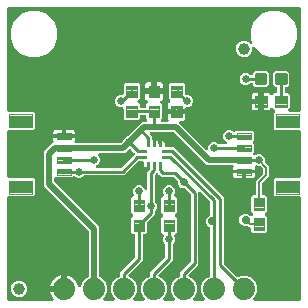
<source format=gtl>
G04 EAGLE Gerber RS-274X export*
G75*
%MOMM*%
%FSLAX34Y34*%
%LPD*%
%INTop Copper*%
%IPPOS*%
%AMOC8*
5,1,8,0,0,1.08239X$1,22.5*%
G01*
%ADD10C,0.100000*%
%ADD11C,0.300000*%
%ADD12C,1.000000*%
%ADD13C,0.096000*%
%ADD14C,0.102000*%
%ADD15C,1.879600*%
%ADD16C,0.102500*%
%ADD17C,0.508000*%
%ADD18C,0.254000*%
%ADD19C,0.660400*%
%ADD20C,0.177800*%
%ADD21C,0.705600*%

G36*
X40896Y2812D02*
X40896Y2812D01*
X41034Y2825D01*
X41053Y2832D01*
X41073Y2835D01*
X41202Y2886D01*
X41333Y2933D01*
X41350Y2944D01*
X41368Y2952D01*
X41481Y3033D01*
X41596Y3112D01*
X41610Y3127D01*
X41626Y3138D01*
X41715Y3246D01*
X41807Y3350D01*
X41816Y3368D01*
X41829Y3383D01*
X41888Y3509D01*
X41951Y3634D01*
X41956Y3653D01*
X41964Y3671D01*
X41990Y3808D01*
X42021Y3944D01*
X42020Y3964D01*
X42024Y3983D01*
X42015Y4122D01*
X42011Y4262D01*
X42005Y4281D01*
X42004Y4301D01*
X41961Y4433D01*
X41922Y4567D01*
X41912Y4584D01*
X41906Y4603D01*
X41831Y4721D01*
X41761Y4841D01*
X41742Y4862D01*
X41736Y4872D01*
X41721Y4886D01*
X41716Y4892D01*
X40589Y6443D01*
X39736Y8117D01*
X39155Y9904D01*
X39115Y10161D01*
X49530Y10161D01*
X49648Y10176D01*
X49767Y10183D01*
X49805Y10196D01*
X49845Y10201D01*
X49956Y10244D01*
X50069Y10281D01*
X50103Y10303D01*
X50141Y10318D01*
X50237Y10388D01*
X50338Y10451D01*
X50366Y10481D01*
X50398Y10504D01*
X50474Y10596D01*
X50556Y10683D01*
X50575Y10718D01*
X50601Y10749D01*
X50652Y10857D01*
X50709Y10961D01*
X50720Y11001D01*
X50737Y11037D01*
X50759Y11154D01*
X50789Y11269D01*
X50793Y11330D01*
X50797Y11350D01*
X50795Y11370D01*
X50799Y11430D01*
X50799Y12701D01*
X52070Y12701D01*
X52188Y12716D01*
X52307Y12723D01*
X52345Y12736D01*
X52385Y12741D01*
X52496Y12785D01*
X52609Y12821D01*
X52644Y12843D01*
X52681Y12858D01*
X52777Y12928D01*
X52878Y12991D01*
X52906Y13021D01*
X52939Y13045D01*
X53014Y13136D01*
X53096Y13223D01*
X53116Y13258D01*
X53141Y13290D01*
X53192Y13397D01*
X53250Y13502D01*
X53260Y13541D01*
X53277Y13577D01*
X53299Y13694D01*
X53329Y13809D01*
X53333Y13870D01*
X53337Y13890D01*
X53335Y13910D01*
X53339Y13970D01*
X53339Y24385D01*
X53596Y24345D01*
X55383Y23764D01*
X57057Y22911D01*
X58578Y21806D01*
X59906Y20478D01*
X61011Y18957D01*
X61864Y17283D01*
X62445Y15496D01*
X62520Y15023D01*
X62555Y14900D01*
X62586Y14774D01*
X62600Y14747D01*
X62608Y14718D01*
X62674Y14607D01*
X62734Y14493D01*
X62755Y14470D01*
X62770Y14444D01*
X62862Y14353D01*
X62948Y14257D01*
X62974Y14241D01*
X62995Y14219D01*
X63106Y14153D01*
X63214Y14082D01*
X63243Y14073D01*
X63269Y14057D01*
X63393Y14021D01*
X63515Y13979D01*
X63545Y13977D01*
X63574Y13968D01*
X63703Y13964D01*
X63832Y13954D01*
X63862Y13959D01*
X63892Y13958D01*
X64018Y13986D01*
X64145Y14008D01*
X64173Y14021D01*
X64202Y14027D01*
X64317Y14086D01*
X64435Y14139D01*
X64459Y14158D01*
X64486Y14171D01*
X64582Y14257D01*
X64684Y14338D01*
X64702Y14362D01*
X64724Y14382D01*
X64797Y14488D01*
X64875Y14592D01*
X64894Y14630D01*
X64903Y14644D01*
X64911Y14665D01*
X64946Y14736D01*
X66725Y19031D01*
X69869Y22175D01*
X71098Y22684D01*
X71123Y22699D01*
X71151Y22708D01*
X71261Y22777D01*
X71374Y22842D01*
X71395Y22862D01*
X71420Y22878D01*
X71509Y22973D01*
X71602Y23063D01*
X71618Y23088D01*
X71638Y23110D01*
X71701Y23223D01*
X71769Y23334D01*
X71777Y23362D01*
X71792Y23388D01*
X71824Y23514D01*
X71862Y23638D01*
X71864Y23668D01*
X71871Y23696D01*
X71881Y23857D01*
X71881Y61185D01*
X71869Y61284D01*
X71866Y61383D01*
X71860Y61404D01*
X71859Y61417D01*
X71848Y61452D01*
X71841Y61501D01*
X71805Y61593D01*
X71777Y61688D01*
X71763Y61712D01*
X71761Y61720D01*
X71745Y61745D01*
X71724Y61797D01*
X71666Y61877D01*
X71616Y61962D01*
X71550Y62037D01*
X71538Y62054D01*
X71528Y62062D01*
X71510Y62083D01*
X36683Y96910D01*
X33781Y99811D01*
X33781Y128789D01*
X38410Y133417D01*
X41617Y136625D01*
X41686Y136713D01*
X41761Y136797D01*
X41783Y136839D01*
X41812Y136876D01*
X41857Y136979D01*
X41909Y137078D01*
X41919Y137124D01*
X41938Y137168D01*
X41956Y137279D01*
X41982Y137388D01*
X41981Y137435D01*
X41988Y137482D01*
X41978Y137594D01*
X41975Y137706D01*
X41963Y137751D01*
X41958Y137798D01*
X41920Y137904D01*
X41890Y138012D01*
X41858Y138077D01*
X41851Y138098D01*
X41840Y138113D01*
X41819Y138157D01*
X41717Y138332D01*
X41509Y139108D01*
X41509Y140501D01*
X50570Y140501D01*
X50688Y140516D01*
X50807Y140523D01*
X50814Y140525D01*
X50870Y140511D01*
X50930Y140507D01*
X50950Y140503D01*
X50970Y140505D01*
X51030Y140501D01*
X60091Y140501D01*
X60091Y139108D01*
X59883Y138332D01*
X59819Y138223D01*
X59768Y138100D01*
X59712Y137981D01*
X59707Y137954D01*
X59696Y137929D01*
X59677Y137798D01*
X59652Y137668D01*
X59654Y137642D01*
X59650Y137615D01*
X59663Y137483D01*
X59672Y137351D01*
X59680Y137325D01*
X59683Y137299D01*
X59729Y137174D01*
X59770Y137049D01*
X59784Y137026D01*
X59794Y137000D01*
X59869Y136892D01*
X59940Y136780D01*
X59960Y136761D01*
X59975Y136739D01*
X60075Y136653D01*
X60171Y136562D01*
X60195Y136549D01*
X60216Y136531D01*
X60334Y136472D01*
X60450Y136408D01*
X60476Y136402D01*
X60500Y136390D01*
X60630Y136362D01*
X60758Y136329D01*
X60796Y136327D01*
X60811Y136323D01*
X60833Y136324D01*
X60919Y136319D01*
X98589Y136319D01*
X98687Y136331D01*
X98786Y136334D01*
X98845Y136351D01*
X98905Y136359D01*
X98996Y136395D01*
X99092Y136423D01*
X99144Y136453D01*
X99200Y136476D01*
X99280Y136534D01*
X99366Y136584D01*
X99441Y136650D01*
X99458Y136662D01*
X99465Y136672D01*
X99487Y136690D01*
X100489Y137693D01*
X100495Y137700D01*
X100502Y137706D01*
X100593Y137827D01*
X100659Y137913D01*
X100669Y137924D01*
X100670Y137926D01*
X100684Y137944D01*
X100688Y137953D01*
X100693Y137960D01*
X100764Y138105D01*
X101430Y139711D01*
X102859Y141140D01*
X104465Y141806D01*
X104473Y141810D01*
X104482Y141813D01*
X104611Y141889D01*
X104741Y141963D01*
X104748Y141970D01*
X104756Y141975D01*
X104877Y142081D01*
X111206Y148410D01*
X116975Y154179D01*
X119984Y154179D01*
X120122Y154196D01*
X120261Y154209D01*
X120280Y154216D01*
X120300Y154219D01*
X120429Y154270D01*
X120560Y154317D01*
X120577Y154328D01*
X120596Y154336D01*
X120708Y154417D01*
X120823Y154495D01*
X120837Y154511D01*
X120853Y154522D01*
X120942Y154630D01*
X121034Y154734D01*
X121043Y154752D01*
X121056Y154767D01*
X121115Y154893D01*
X121178Y155017D01*
X121183Y155037D01*
X121191Y155055D01*
X121217Y155191D01*
X121248Y155327D01*
X121247Y155348D01*
X121251Y155367D01*
X121242Y155506D01*
X121238Y155645D01*
X121233Y155665D01*
X121231Y155685D01*
X121189Y155817D01*
X121150Y155951D01*
X121140Y155968D01*
X121133Y155987D01*
X121059Y156105D01*
X120988Y156225D01*
X120970Y156246D01*
X120963Y156256D01*
X120948Y156270D01*
X120882Y156345D01*
X120221Y157006D01*
X120221Y158632D01*
X120206Y158750D01*
X120199Y158869D01*
X120186Y158907D01*
X120181Y158948D01*
X120138Y159058D01*
X120101Y159171D01*
X120079Y159206D01*
X120064Y159243D01*
X119995Y159339D01*
X119931Y159440D01*
X119901Y159468D01*
X119878Y159501D01*
X119786Y159577D01*
X119699Y159658D01*
X119664Y159678D01*
X119633Y159703D01*
X119525Y159754D01*
X119421Y159812D01*
X119381Y159822D01*
X119345Y159839D01*
X119228Y159861D01*
X119113Y159891D01*
X119053Y159895D01*
X119033Y159899D01*
X119012Y159897D01*
X118952Y159901D01*
X115998Y159901D01*
X115880Y159886D01*
X115761Y159879D01*
X115723Y159866D01*
X115682Y159861D01*
X115572Y159818D01*
X115459Y159781D01*
X115424Y159759D01*
X115387Y159744D01*
X115291Y159675D01*
X115190Y159611D01*
X115162Y159581D01*
X115129Y159558D01*
X115053Y159466D01*
X114972Y159379D01*
X114952Y159344D01*
X114927Y159313D01*
X114876Y159205D01*
X114818Y159101D01*
X114808Y159061D01*
X114791Y159025D01*
X114769Y158908D01*
X114739Y158793D01*
X114735Y158733D01*
X114731Y158713D01*
X114733Y158692D01*
X114729Y158632D01*
X114729Y157006D01*
X113394Y155671D01*
X102506Y155671D01*
X101171Y157006D01*
X101171Y165247D01*
X101156Y165365D01*
X101149Y165484D01*
X101137Y165522D01*
X101131Y165563D01*
X101088Y165673D01*
X101051Y165787D01*
X101029Y165821D01*
X101014Y165858D01*
X100945Y165955D01*
X100881Y166055D01*
X100851Y166083D01*
X100828Y166116D01*
X100736Y166192D01*
X100649Y166273D01*
X100614Y166293D01*
X100583Y166318D01*
X100475Y166369D01*
X100371Y166427D01*
X100331Y166437D01*
X100295Y166454D01*
X100178Y166476D01*
X100063Y166506D01*
X100003Y166510D01*
X99983Y166514D01*
X99962Y166513D01*
X99902Y166516D01*
X97902Y166516D01*
X96035Y167290D01*
X94606Y168719D01*
X93832Y170586D01*
X93832Y172608D01*
X94606Y174475D01*
X96035Y175904D01*
X97902Y176678D01*
X99841Y176678D01*
X99939Y176690D01*
X100038Y176693D01*
X100096Y176710D01*
X100156Y176718D01*
X100248Y176754D01*
X100343Y176782D01*
X100395Y176812D01*
X100452Y176835D01*
X100532Y176893D01*
X100617Y176943D01*
X100693Y177010D01*
X100709Y177022D01*
X100711Y177024D01*
X100713Y177026D01*
X100720Y177033D01*
X100738Y177050D01*
X100800Y177111D01*
X100860Y177189D01*
X100928Y177261D01*
X100957Y177314D01*
X100994Y177362D01*
X101034Y177453D01*
X101082Y177540D01*
X101097Y177599D01*
X101121Y177654D01*
X101136Y177752D01*
X101161Y177848D01*
X101167Y177948D01*
X101171Y177968D01*
X101169Y177981D01*
X101171Y178009D01*
X101171Y185894D01*
X102506Y187229D01*
X113394Y187229D01*
X114729Y185894D01*
X114729Y174006D01*
X113070Y172348D01*
X112997Y172253D01*
X112918Y172164D01*
X112900Y172128D01*
X112875Y172096D01*
X112828Y171987D01*
X112774Y171881D01*
X112765Y171842D01*
X112749Y171804D01*
X112730Y171687D01*
X112704Y171571D01*
X112705Y171530D01*
X112699Y171490D01*
X112710Y171372D01*
X112714Y171253D01*
X112725Y171214D01*
X112729Y171174D01*
X112769Y171061D01*
X112802Y170947D01*
X112823Y170913D01*
X112836Y170874D01*
X112903Y170776D01*
X112964Y170673D01*
X113004Y170628D01*
X113015Y170611D01*
X113030Y170598D01*
X113070Y170553D01*
X114729Y168894D01*
X114729Y167268D01*
X114744Y167150D01*
X114751Y167031D01*
X114764Y166993D01*
X114769Y166952D01*
X114812Y166842D01*
X114849Y166729D01*
X114871Y166694D01*
X114886Y166657D01*
X114955Y166561D01*
X115019Y166460D01*
X115049Y166432D01*
X115072Y166399D01*
X115164Y166323D01*
X115251Y166242D01*
X115286Y166222D01*
X115317Y166197D01*
X115425Y166146D01*
X115529Y166088D01*
X115569Y166078D01*
X115605Y166061D01*
X115722Y166039D01*
X115837Y166009D01*
X115897Y166005D01*
X115917Y166001D01*
X115938Y166003D01*
X115998Y165999D01*
X118952Y165999D01*
X119070Y166014D01*
X119189Y166021D01*
X119227Y166034D01*
X119268Y166039D01*
X119378Y166082D01*
X119491Y166119D01*
X119526Y166141D01*
X119563Y166156D01*
X119659Y166225D01*
X119760Y166289D01*
X119788Y166319D01*
X119821Y166342D01*
X119897Y166434D01*
X119978Y166521D01*
X119998Y166556D01*
X120023Y166587D01*
X120074Y166695D01*
X120132Y166799D01*
X120142Y166839D01*
X120159Y166875D01*
X120181Y166992D01*
X120211Y167107D01*
X120215Y167167D01*
X120219Y167187D01*
X120217Y167208D01*
X120221Y167268D01*
X120221Y168894D01*
X121499Y170172D01*
X121576Y170271D01*
X121658Y170366D01*
X121673Y170396D01*
X121694Y170423D01*
X121744Y170539D01*
X121800Y170651D01*
X121807Y170684D01*
X121820Y170715D01*
X121840Y170839D01*
X121866Y170962D01*
X121865Y170996D01*
X121870Y171029D01*
X121859Y171154D01*
X121853Y171280D01*
X121844Y171312D01*
X121840Y171346D01*
X121798Y171464D01*
X121762Y171584D01*
X121744Y171613D01*
X121733Y171645D01*
X121662Y171749D01*
X121597Y171857D01*
X121573Y171880D01*
X121554Y171908D01*
X121460Y171991D01*
X121370Y172079D01*
X121330Y172106D01*
X121316Y172119D01*
X121296Y172128D01*
X121236Y172168D01*
X120633Y172517D01*
X120067Y173083D01*
X119666Y173776D01*
X119459Y174550D01*
X119459Y177451D01*
X125770Y177451D01*
X125888Y177466D01*
X126007Y177473D01*
X126045Y177485D01*
X126085Y177491D01*
X126196Y177534D01*
X126309Y177571D01*
X126343Y177593D01*
X126381Y177608D01*
X126477Y177677D01*
X126578Y177741D01*
X126606Y177771D01*
X126638Y177794D01*
X126714Y177886D01*
X126796Y177973D01*
X126815Y178008D01*
X126841Y178039D01*
X126892Y178147D01*
X126949Y178251D01*
X126959Y178291D01*
X126977Y178327D01*
X126997Y178434D01*
X127001Y178404D01*
X127045Y178294D01*
X127081Y178181D01*
X127103Y178146D01*
X127118Y178109D01*
X127188Y178012D01*
X127251Y177912D01*
X127281Y177884D01*
X127305Y177851D01*
X127396Y177775D01*
X127483Y177694D01*
X127518Y177674D01*
X127550Y177649D01*
X127657Y177598D01*
X127762Y177540D01*
X127801Y177530D01*
X127837Y177513D01*
X127954Y177491D01*
X128070Y177461D01*
X128130Y177457D01*
X128150Y177453D01*
X128170Y177455D01*
X128230Y177451D01*
X134541Y177451D01*
X134541Y174550D01*
X134334Y173776D01*
X133933Y173083D01*
X133367Y172517D01*
X132764Y172168D01*
X132663Y172092D01*
X132560Y172022D01*
X132537Y171997D01*
X132510Y171976D01*
X132432Y171878D01*
X132349Y171783D01*
X132334Y171753D01*
X132313Y171727D01*
X132262Y171612D01*
X132204Y171500D01*
X132197Y171467D01*
X132183Y171437D01*
X132162Y171312D01*
X132135Y171190D01*
X132136Y171156D01*
X132130Y171123D01*
X132141Y170998D01*
X132144Y170872D01*
X132154Y170840D01*
X132157Y170806D01*
X132198Y170687D01*
X132233Y170567D01*
X132250Y170537D01*
X132261Y170506D01*
X132331Y170401D01*
X132394Y170293D01*
X132427Y170256D01*
X132437Y170241D01*
X132453Y170226D01*
X132501Y170172D01*
X133779Y168894D01*
X133779Y157006D01*
X133118Y156345D01*
X133033Y156236D01*
X132944Y156129D01*
X132936Y156110D01*
X132923Y156094D01*
X132868Y155967D01*
X132809Y155841D01*
X132805Y155821D01*
X132797Y155802D01*
X132775Y155664D01*
X132749Y155528D01*
X132750Y155508D01*
X132747Y155488D01*
X132760Y155349D01*
X132769Y155211D01*
X132775Y155192D01*
X132777Y155172D01*
X132824Y155040D01*
X132867Y154909D01*
X132877Y154891D01*
X132884Y154872D01*
X132962Y154757D01*
X133037Y154640D01*
X133052Y154626D01*
X133063Y154609D01*
X133167Y154517D01*
X133268Y154422D01*
X133286Y154412D01*
X133301Y154399D01*
X133425Y154336D01*
X133547Y154268D01*
X133567Y154263D01*
X133585Y154254D01*
X133720Y154224D01*
X133855Y154189D01*
X133883Y154187D01*
X133895Y154184D01*
X133915Y154185D01*
X134016Y154179D01*
X138018Y154179D01*
X138149Y154195D01*
X138281Y154206D01*
X138307Y154215D01*
X138333Y154219D01*
X138456Y154267D01*
X138581Y154311D01*
X138604Y154326D01*
X138629Y154336D01*
X138736Y154413D01*
X138846Y154487D01*
X138865Y154507D01*
X138886Y154522D01*
X138971Y154625D01*
X139059Y154723D01*
X139072Y154747D01*
X139089Y154767D01*
X139146Y154887D01*
X139207Y155004D01*
X139213Y155031D01*
X139225Y155055D01*
X139250Y155185D01*
X139280Y155314D01*
X139279Y155341D01*
X139284Y155367D01*
X139276Y155499D01*
X139274Y155632D01*
X139266Y155658D01*
X139265Y155685D01*
X139224Y155811D01*
X139188Y155938D01*
X139171Y155973D01*
X139167Y155987D01*
X139155Y156006D01*
X139117Y156083D01*
X138716Y156776D01*
X138509Y157550D01*
X138509Y160451D01*
X144820Y160451D01*
X144938Y160466D01*
X145057Y160473D01*
X145095Y160485D01*
X145135Y160491D01*
X145246Y160534D01*
X145359Y160571D01*
X145393Y160593D01*
X145431Y160608D01*
X145527Y160677D01*
X145628Y160741D01*
X145656Y160771D01*
X145688Y160794D01*
X145764Y160886D01*
X145846Y160973D01*
X145865Y161008D01*
X145891Y161039D01*
X145942Y161147D01*
X145999Y161251D01*
X146009Y161291D01*
X146027Y161327D01*
X146047Y161434D01*
X146051Y161404D01*
X146095Y161294D01*
X146131Y161181D01*
X146153Y161146D01*
X146168Y161109D01*
X146238Y161012D01*
X146301Y160912D01*
X146331Y160884D01*
X146355Y160851D01*
X146446Y160775D01*
X146533Y160694D01*
X146568Y160674D01*
X146600Y160649D01*
X146707Y160598D01*
X146812Y160540D01*
X146851Y160530D01*
X146887Y160513D01*
X147004Y160491D01*
X147120Y160461D01*
X147180Y160457D01*
X147200Y160453D01*
X147220Y160455D01*
X147280Y160451D01*
X153591Y160451D01*
X153591Y157550D01*
X153384Y156776D01*
X152983Y156083D01*
X152417Y155517D01*
X151724Y155116D01*
X150950Y154909D01*
X149519Y154909D01*
X149381Y154892D01*
X149243Y154879D01*
X149224Y154872D01*
X149203Y154869D01*
X149074Y154818D01*
X148943Y154771D01*
X148926Y154760D01*
X148908Y154752D01*
X148795Y154671D01*
X148680Y154593D01*
X148667Y154577D01*
X148650Y154566D01*
X148562Y154458D01*
X148470Y154354D01*
X148460Y154336D01*
X148448Y154321D01*
X148388Y154195D01*
X148325Y154071D01*
X148321Y154051D01*
X148312Y154033D01*
X148286Y153896D01*
X148255Y153761D01*
X148256Y153740D01*
X148252Y153721D01*
X148261Y153582D01*
X148265Y153443D01*
X148271Y153423D01*
X148272Y153403D01*
X148315Y153271D01*
X148353Y153137D01*
X148364Y153120D01*
X148370Y153101D01*
X148444Y152983D01*
X148515Y152863D01*
X148534Y152842D01*
X148540Y152832D01*
X148555Y152818D01*
X148621Y152743D01*
X150087Y151277D01*
X170553Y130811D01*
X170663Y130726D01*
X170769Y130638D01*
X170788Y130629D01*
X170804Y130616D01*
X170932Y130561D01*
X171057Y130502D01*
X171077Y130498D01*
X171096Y130490D01*
X171234Y130468D01*
X171370Y130442D01*
X171390Y130443D01*
X171410Y130440D01*
X171549Y130453D01*
X171687Y130462D01*
X171706Y130468D01*
X171726Y130470D01*
X171858Y130517D01*
X171989Y130560D01*
X172007Y130571D01*
X172026Y130578D01*
X172141Y130656D01*
X172258Y130730D01*
X172272Y130745D01*
X172289Y130756D01*
X172381Y130861D01*
X172476Y130962D01*
X172486Y130980D01*
X172499Y130995D01*
X172562Y131118D01*
X172630Y131240D01*
X172635Y131260D01*
X172644Y131278D01*
X172674Y131414D01*
X172709Y131548D01*
X172711Y131576D01*
X172714Y131588D01*
X172713Y131609D01*
X172719Y131709D01*
X172719Y133011D01*
X173493Y134878D01*
X174922Y136307D01*
X176789Y137081D01*
X178811Y137081D01*
X180678Y136307D01*
X181565Y135420D01*
X181643Y135360D01*
X181715Y135292D01*
X181768Y135263D01*
X181816Y135226D01*
X181907Y135186D01*
X181994Y135138D01*
X182052Y135123D01*
X182108Y135099D01*
X182206Y135084D01*
X182302Y135059D01*
X182402Y135053D01*
X182422Y135049D01*
X182434Y135051D01*
X182462Y135049D01*
X187624Y135049D01*
X187694Y135057D01*
X187763Y135056D01*
X187851Y135077D01*
X187940Y135089D01*
X188005Y135114D01*
X188073Y135131D01*
X188152Y135173D01*
X188236Y135206D01*
X188292Y135247D01*
X188354Y135279D01*
X188420Y135340D01*
X188493Y135392D01*
X188537Y135446D01*
X188589Y135493D01*
X188638Y135568D01*
X188696Y135637D01*
X188725Y135700D01*
X188764Y135759D01*
X188793Y135844D01*
X188831Y135925D01*
X188844Y135994D01*
X188867Y136060D01*
X188874Y136149D01*
X188891Y136237D01*
X188887Y136307D01*
X188892Y136377D01*
X188877Y136465D01*
X188871Y136555D01*
X188850Y136621D01*
X188838Y136690D01*
X188801Y136772D01*
X188773Y136857D01*
X188736Y136916D01*
X188707Y136980D01*
X188651Y137050D01*
X188603Y137126D01*
X188552Y137174D01*
X188509Y137228D01*
X188437Y137282D01*
X188371Y137344D01*
X188310Y137378D01*
X188255Y137420D01*
X188110Y137491D01*
X187622Y137693D01*
X186193Y139122D01*
X185419Y140989D01*
X185419Y143011D01*
X186193Y144878D01*
X187622Y146307D01*
X189489Y147081D01*
X191511Y147081D01*
X193378Y146307D01*
X193562Y146124D01*
X193656Y146050D01*
X193745Y145972D01*
X193781Y145953D01*
X193813Y145929D01*
X193922Y145881D01*
X194028Y145827D01*
X194068Y145818D01*
X194105Y145802D01*
X194222Y145784D01*
X194339Y145757D01*
X194379Y145759D01*
X194419Y145752D01*
X194537Y145764D01*
X194656Y145767D01*
X194695Y145778D01*
X194736Y145782D01*
X194848Y145823D01*
X194962Y145856D01*
X194997Y145876D01*
X195035Y145890D01*
X195133Y145957D01*
X195236Y146017D01*
X195281Y146057D01*
X195298Y146068D01*
X195311Y146084D01*
X195357Y146123D01*
X196012Y146779D01*
X210388Y146779D01*
X211729Y145438D01*
X211729Y138562D01*
X211064Y137897D01*
X210991Y137803D01*
X210912Y137714D01*
X210894Y137678D01*
X210869Y137646D01*
X210822Y137537D01*
X210768Y137431D01*
X210759Y137392D01*
X210743Y137354D01*
X210724Y137237D01*
X210698Y137121D01*
X210699Y137080D01*
X210693Y137040D01*
X210704Y136922D01*
X210708Y136803D01*
X210719Y136764D01*
X210723Y136724D01*
X210763Y136612D01*
X210796Y136497D01*
X210817Y136462D01*
X210831Y136424D01*
X210897Y136326D01*
X210958Y136223D01*
X210998Y136178D01*
X211009Y136161D01*
X211024Y136148D01*
X211064Y136102D01*
X211729Y135438D01*
X211729Y128562D01*
X211064Y127897D01*
X210991Y127803D01*
X210912Y127713D01*
X210894Y127678D01*
X210869Y127646D01*
X210822Y127536D01*
X210768Y127430D01*
X210759Y127391D01*
X210743Y127354D01*
X210724Y127236D01*
X210698Y127120D01*
X210699Y127080D01*
X210693Y127040D01*
X210704Y126921D01*
X210708Y126802D01*
X210719Y126764D01*
X210723Y126724D01*
X210763Y126611D01*
X210797Y126496D01*
X210817Y126462D01*
X210831Y126424D01*
X210898Y126325D01*
X210958Y126223D01*
X210998Y126178D01*
X211009Y126161D01*
X211024Y126148D01*
X211028Y126142D01*
X211033Y126138D01*
X211065Y126102D01*
X211084Y126083D01*
X211178Y126010D01*
X211267Y125932D01*
X211303Y125913D01*
X211335Y125888D01*
X211444Y125841D01*
X211550Y125787D01*
X211590Y125778D01*
X211627Y125762D01*
X211745Y125743D01*
X211860Y125717D01*
X211901Y125719D01*
X211942Y125712D01*
X212060Y125724D01*
X212178Y125727D01*
X212217Y125739D01*
X212258Y125742D01*
X212370Y125783D01*
X212484Y125816D01*
X212519Y125836D01*
X212557Y125850D01*
X212655Y125917D01*
X212757Y125977D01*
X212803Y126018D01*
X212820Y126029D01*
X212834Y126044D01*
X212878Y126084D01*
X213022Y126227D01*
X214889Y127001D01*
X216911Y127001D01*
X218778Y126227D01*
X220207Y124798D01*
X220981Y122931D01*
X220981Y120689D01*
X220993Y120591D01*
X220996Y120492D01*
X221013Y120434D01*
X221021Y120374D01*
X221057Y120282D01*
X221085Y120187D01*
X221115Y120134D01*
X221138Y120078D01*
X221196Y119998D01*
X221246Y119913D01*
X221312Y119837D01*
X221324Y119821D01*
X221334Y119813D01*
X221352Y119792D01*
X224537Y116608D01*
X224537Y108182D01*
X218939Y102585D01*
X218879Y102507D01*
X218811Y102435D01*
X218782Y102382D01*
X218745Y102334D01*
X218705Y102243D01*
X218657Y102156D01*
X218642Y102098D01*
X218618Y102042D01*
X218603Y101944D01*
X218578Y101848D01*
X218572Y101748D01*
X218568Y101728D01*
X218570Y101716D01*
X218568Y101688D01*
X218568Y93248D01*
X218583Y93130D01*
X218590Y93011D01*
X218603Y92973D01*
X218608Y92932D01*
X218651Y92822D01*
X218688Y92709D01*
X218710Y92674D01*
X218725Y92637D01*
X218794Y92541D01*
X218858Y92440D01*
X218888Y92412D01*
X218911Y92379D01*
X219003Y92303D01*
X219090Y92222D01*
X219125Y92202D01*
X219156Y92177D01*
X219264Y92126D01*
X219368Y92068D01*
X219408Y92058D01*
X219444Y92041D01*
X219561Y92019D01*
X219676Y91989D01*
X219736Y91985D01*
X219756Y91981D01*
X219777Y91983D01*
X219837Y91979D01*
X221344Y91979D01*
X222679Y90644D01*
X222679Y78756D01*
X221020Y77097D01*
X220947Y77003D01*
X220868Y76914D01*
X220850Y76878D01*
X220825Y76846D01*
X220778Y76737D01*
X220724Y76631D01*
X220715Y76592D01*
X220699Y76554D01*
X220680Y76437D01*
X220654Y76321D01*
X220655Y76280D01*
X220649Y76240D01*
X220660Y76122D01*
X220664Y76003D01*
X220675Y75964D01*
X220679Y75924D01*
X220719Y75812D01*
X220752Y75697D01*
X220773Y75662D01*
X220786Y75624D01*
X220853Y75526D01*
X220914Y75423D01*
X220954Y75378D01*
X220965Y75361D01*
X220980Y75348D01*
X221020Y75302D01*
X222679Y73644D01*
X222679Y61756D01*
X221344Y60421D01*
X210456Y60421D01*
X209121Y61756D01*
X209121Y63763D01*
X209106Y63881D01*
X209099Y64000D01*
X209086Y64038D01*
X209081Y64079D01*
X209038Y64189D01*
X209001Y64302D01*
X208979Y64337D01*
X208964Y64374D01*
X208895Y64470D01*
X208831Y64571D01*
X208801Y64599D01*
X208778Y64632D01*
X208686Y64708D01*
X208599Y64789D01*
X208564Y64809D01*
X208533Y64834D01*
X208425Y64885D01*
X208321Y64943D01*
X208281Y64953D01*
X208245Y64970D01*
X208128Y64992D01*
X208013Y65022D01*
X207953Y65026D01*
X207933Y65030D01*
X207912Y65028D01*
X207852Y65032D01*
X206785Y65032D01*
X206376Y65442D01*
X206297Y65502D01*
X206225Y65570D01*
X206172Y65599D01*
X206124Y65636D01*
X206033Y65676D01*
X205947Y65724D01*
X205888Y65739D01*
X205833Y65763D01*
X205735Y65778D01*
X205639Y65803D01*
X205539Y65809D01*
X205519Y65813D01*
X205506Y65811D01*
X205478Y65813D01*
X203414Y65813D01*
X201464Y66621D01*
X199971Y68114D01*
X199163Y70064D01*
X199163Y72176D01*
X199971Y74126D01*
X201464Y75619D01*
X203414Y76427D01*
X205526Y76427D01*
X207476Y75619D01*
X208389Y74706D01*
X208483Y74633D01*
X208572Y74555D01*
X208608Y74536D01*
X208640Y74511D01*
X208749Y74464D01*
X208855Y74410D01*
X208895Y74401D01*
X208932Y74385D01*
X209049Y74366D01*
X209165Y74340D01*
X209206Y74341D01*
X209246Y74335D01*
X209364Y74346D01*
X209483Y74350D01*
X209522Y74361D01*
X209562Y74365D01*
X209674Y74405D01*
X209789Y74438D01*
X209824Y74459D01*
X209862Y74473D01*
X209960Y74539D01*
X210063Y74600D01*
X210108Y74640D01*
X210125Y74651D01*
X210138Y74666D01*
X210184Y74706D01*
X210780Y75302D01*
X210853Y75397D01*
X210932Y75486D01*
X210950Y75522D01*
X210975Y75554D01*
X211022Y75663D01*
X211076Y75769D01*
X211085Y75808D01*
X211101Y75846D01*
X211120Y75963D01*
X211146Y76079D01*
X211145Y76120D01*
X211151Y76160D01*
X211140Y76278D01*
X211136Y76397D01*
X211125Y76436D01*
X211121Y76476D01*
X211081Y76588D01*
X211048Y76703D01*
X211027Y76738D01*
X211014Y76776D01*
X210947Y76874D01*
X210886Y76977D01*
X210846Y77022D01*
X210835Y77039D01*
X210820Y77052D01*
X210780Y77097D01*
X209121Y78756D01*
X209121Y90644D01*
X210456Y91979D01*
X211963Y91979D01*
X212081Y91994D01*
X212200Y92001D01*
X212238Y92014D01*
X212279Y92019D01*
X212389Y92062D01*
X212502Y92099D01*
X212537Y92121D01*
X212574Y92136D01*
X212670Y92205D01*
X212771Y92269D01*
X212799Y92299D01*
X212832Y92322D01*
X212908Y92414D01*
X212989Y92501D01*
X213009Y92536D01*
X213034Y92567D01*
X213085Y92675D01*
X213143Y92779D01*
X213153Y92819D01*
X213170Y92855D01*
X213192Y92972D01*
X213222Y93087D01*
X213226Y93147D01*
X213230Y93167D01*
X213228Y93188D01*
X213232Y93248D01*
X213232Y104424D01*
X218830Y110021D01*
X218890Y110099D01*
X218958Y110171D01*
X218987Y110224D01*
X219024Y110272D01*
X219064Y110363D01*
X219112Y110450D01*
X219127Y110508D01*
X219151Y110564D01*
X219166Y110662D01*
X219191Y110758D01*
X219197Y110858D01*
X219201Y110878D01*
X219199Y110890D01*
X219201Y110918D01*
X219201Y113872D01*
X219189Y113970D01*
X219186Y114069D01*
X219169Y114127D01*
X219161Y114187D01*
X219125Y114279D01*
X219097Y114374D01*
X219067Y114427D01*
X219044Y114483D01*
X218986Y114563D01*
X218936Y114648D01*
X218870Y114724D01*
X218858Y114740D01*
X218848Y114748D01*
X218830Y114769D01*
X217131Y116468D01*
X217053Y116528D01*
X216981Y116596D01*
X216928Y116625D01*
X216880Y116662D01*
X216789Y116702D01*
X216702Y116750D01*
X216644Y116765D01*
X216588Y116789D01*
X216490Y116804D01*
X216394Y116829D01*
X216294Y116835D01*
X216274Y116839D01*
X216262Y116837D01*
X216234Y116839D01*
X214889Y116839D01*
X213982Y117215D01*
X213928Y117230D01*
X213876Y117253D01*
X213775Y117272D01*
X213675Y117299D01*
X213619Y117300D01*
X213563Y117310D01*
X213461Y117302D01*
X213357Y117304D01*
X213303Y117291D01*
X213246Y117287D01*
X213149Y117254D01*
X213048Y117230D01*
X212998Y117204D01*
X212945Y117186D01*
X212858Y117129D01*
X212767Y117081D01*
X212725Y117043D01*
X212678Y117013D01*
X212608Y116937D01*
X212532Y116867D01*
X212501Y116820D01*
X212462Y116779D01*
X212414Y116688D01*
X212357Y116602D01*
X212339Y116548D01*
X212312Y116499D01*
X212287Y116398D01*
X212254Y116301D01*
X212249Y116244D01*
X212236Y116190D01*
X212237Y116087D01*
X212228Y115984D01*
X212238Y115928D01*
X212239Y115872D01*
X212270Y115714D01*
X212491Y114892D01*
X212491Y113499D01*
X203430Y113499D01*
X203312Y113484D01*
X203193Y113477D01*
X203186Y113475D01*
X203130Y113489D01*
X203070Y113493D01*
X203050Y113497D01*
X203030Y113495D01*
X202970Y113499D01*
X193909Y113499D01*
X193909Y114892D01*
X194117Y115667D01*
X194181Y115777D01*
X194232Y115900D01*
X194288Y116019D01*
X194293Y116046D01*
X194304Y116070D01*
X194323Y116202D01*
X194348Y116332D01*
X194346Y116358D01*
X194350Y116385D01*
X194337Y116517D01*
X194328Y116649D01*
X194320Y116674D01*
X194317Y116701D01*
X194271Y116826D01*
X194230Y116951D01*
X194216Y116974D01*
X194207Y116999D01*
X194131Y117108D01*
X194060Y117220D01*
X194041Y117239D01*
X194025Y117261D01*
X193925Y117347D01*
X193829Y117438D01*
X193805Y117451D01*
X193785Y117469D01*
X193666Y117528D01*
X193550Y117592D01*
X193524Y117598D01*
X193500Y117610D01*
X193370Y117638D01*
X193242Y117671D01*
X193204Y117673D01*
X193189Y117677D01*
X193167Y117676D01*
X193081Y117681D01*
X171467Y117681D01*
X168566Y120583D01*
X143979Y145170D01*
X143901Y145230D01*
X143829Y145298D01*
X143776Y145327D01*
X143728Y145364D01*
X143637Y145404D01*
X143550Y145452D01*
X143492Y145467D01*
X143436Y145491D01*
X143338Y145506D01*
X143242Y145531D01*
X143142Y145537D01*
X143122Y145541D01*
X143110Y145539D01*
X143082Y145541D01*
X124725Y145541D01*
X124587Y145524D01*
X124448Y145511D01*
X124429Y145504D01*
X124409Y145501D01*
X124280Y145450D01*
X124149Y145403D01*
X124132Y145392D01*
X124113Y145384D01*
X124001Y145303D01*
X123886Y145225D01*
X123872Y145209D01*
X123856Y145198D01*
X123767Y145090D01*
X123675Y144986D01*
X123666Y144968D01*
X123653Y144953D01*
X123594Y144827D01*
X123531Y144703D01*
X123526Y144683D01*
X123518Y144665D01*
X123492Y144528D01*
X123461Y144393D01*
X123462Y144372D01*
X123458Y144353D01*
X123466Y144214D01*
X123471Y144075D01*
X123476Y144055D01*
X123478Y144035D01*
X123520Y143903D01*
X123559Y143769D01*
X123569Y143752D01*
X123576Y143733D01*
X123650Y143615D01*
X123721Y143495D01*
X123739Y143474D01*
X123746Y143464D01*
X123761Y143450D01*
X123827Y143375D01*
X125049Y142153D01*
X125049Y139810D01*
X125064Y139692D01*
X125071Y139573D01*
X125084Y139535D01*
X125089Y139494D01*
X125132Y139384D01*
X125169Y139271D01*
X125191Y139236D01*
X125206Y139199D01*
X125275Y139103D01*
X125339Y139002D01*
X125369Y138974D01*
X125392Y138941D01*
X125484Y138865D01*
X125571Y138784D01*
X125606Y138764D01*
X125637Y138739D01*
X125731Y138695D01*
X125731Y136280D01*
X125733Y136264D01*
X125731Y136249D01*
X125753Y136106D01*
X125770Y135964D01*
X125776Y135950D01*
X125778Y135934D01*
X125835Y135802D01*
X125887Y135668D01*
X125897Y135656D01*
X125903Y135641D01*
X125990Y135527D01*
X126074Y135411D01*
X126086Y135401D01*
X126096Y135389D01*
X126209Y135300D01*
X126319Y135208D01*
X126333Y135202D01*
X126346Y135192D01*
X126478Y135134D01*
X126607Y135073D01*
X126622Y135070D01*
X126637Y135064D01*
X126779Y135040D01*
X126919Y135013D01*
X126935Y135014D01*
X126950Y135011D01*
X127094Y135024D01*
X127237Y135033D01*
X127252Y135038D01*
X127267Y135039D01*
X127403Y135087D01*
X127539Y135131D01*
X127552Y135139D01*
X127567Y135144D01*
X127687Y135224D01*
X127808Y135301D01*
X127819Y135312D01*
X127832Y135321D01*
X127927Y135428D01*
X128026Y135533D01*
X128033Y135546D01*
X128044Y135558D01*
X128110Y135685D01*
X128179Y135811D01*
X128183Y135826D01*
X128190Y135840D01*
X128237Y135994D01*
X128237Y135995D01*
X128243Y136058D01*
X128259Y136119D01*
X128259Y136120D01*
X128269Y136281D01*
X128269Y136414D01*
X128269Y136416D01*
X128269Y138506D01*
X128966Y138319D01*
X129057Y138272D01*
X129109Y138260D01*
X129158Y138239D01*
X129263Y138223D01*
X129366Y138199D01*
X129420Y138200D01*
X129473Y138192D01*
X129578Y138203D01*
X129684Y138205D01*
X129736Y138220D01*
X129789Y138225D01*
X129889Y138262D01*
X129991Y138290D01*
X130066Y138328D01*
X130731Y138506D01*
X130731Y136281D01*
X130740Y136210D01*
X130739Y136139D01*
X130767Y135980D01*
X130767Y135979D01*
X130770Y135973D01*
X130770Y135966D01*
X130771Y135965D01*
X130771Y135964D01*
X130827Y135823D01*
X130881Y135682D01*
X130885Y135676D01*
X130888Y135669D01*
X130977Y135546D01*
X131064Y135422D01*
X131070Y135417D01*
X131075Y135411D01*
X131192Y135314D01*
X131307Y135217D01*
X131314Y135213D01*
X131320Y135208D01*
X131456Y135144D01*
X131593Y135078D01*
X131600Y135076D01*
X131607Y135073D01*
X131755Y135045D01*
X131904Y135014D01*
X131912Y135015D01*
X131920Y135013D01*
X132071Y135023D01*
X132222Y135030D01*
X132229Y135032D01*
X132237Y135033D01*
X132382Y135080D01*
X132526Y135125D01*
X132532Y135129D01*
X132540Y135131D01*
X132668Y135212D01*
X132796Y135291D01*
X132802Y135297D01*
X132808Y135301D01*
X132912Y135412D01*
X133017Y135520D01*
X133021Y135527D01*
X133026Y135533D01*
X133099Y135664D01*
X133174Y135797D01*
X133176Y135805D01*
X133180Y135811D01*
X133217Y135957D01*
X133257Y136104D01*
X133257Y136112D01*
X133259Y136119D01*
X133269Y136280D01*
X133269Y138506D01*
X133916Y138333D01*
X134612Y137931D01*
X135181Y137362D01*
X135583Y136666D01*
X135666Y136356D01*
X135701Y136270D01*
X135726Y136181D01*
X135761Y136124D01*
X135786Y136061D01*
X135841Y135987D01*
X135888Y135907D01*
X135891Y135904D01*
X135891Y133818D01*
X135906Y133700D01*
X135913Y133581D01*
X135926Y133543D01*
X135931Y133502D01*
X135974Y133392D01*
X136011Y133279D01*
X136033Y133244D01*
X136048Y133207D01*
X136117Y133111D01*
X136181Y133010D01*
X136211Y132982D01*
X136234Y132949D01*
X136326Y132873D01*
X136413Y132792D01*
X136448Y132772D01*
X136479Y132747D01*
X136587Y132696D01*
X136691Y132638D01*
X136731Y132628D01*
X136767Y132611D01*
X136884Y132589D01*
X136999Y132559D01*
X137059Y132555D01*
X137079Y132551D01*
X137100Y132553D01*
X137160Y132549D01*
X143543Y132549D01*
X185929Y90163D01*
X185929Y34809D01*
X185941Y34710D01*
X185944Y34611D01*
X185961Y34553D01*
X185969Y34493D01*
X186005Y34401D01*
X186033Y34306D01*
X186063Y34254D01*
X186086Y34197D01*
X186144Y34117D01*
X186194Y34032D01*
X186260Y33957D01*
X186272Y33940D01*
X186282Y33932D01*
X186300Y33911D01*
X197095Y23117D01*
X197118Y23099D01*
X197137Y23076D01*
X197243Y23002D01*
X197346Y22922D01*
X197373Y22910D01*
X197397Y22893D01*
X197519Y22847D01*
X197638Y22796D01*
X197667Y22791D01*
X197695Y22780D01*
X197824Y22766D01*
X197952Y22746D01*
X197981Y22748D01*
X198011Y22745D01*
X198139Y22763D01*
X198269Y22775D01*
X198296Y22785D01*
X198326Y22790D01*
X198478Y22842D01*
X200977Y23877D01*
X205423Y23877D01*
X209531Y22175D01*
X212675Y19031D01*
X214377Y14923D01*
X214377Y10477D01*
X212675Y6369D01*
X211268Y4961D01*
X211182Y4852D01*
X211094Y4745D01*
X211085Y4726D01*
X211073Y4710D01*
X211017Y4582D01*
X210958Y4457D01*
X210955Y4437D01*
X210946Y4418D01*
X210925Y4280D01*
X210899Y4144D01*
X210900Y4124D01*
X210897Y4104D01*
X210910Y3965D01*
X210918Y3827D01*
X210925Y3808D01*
X210926Y3788D01*
X210974Y3656D01*
X211016Y3525D01*
X211027Y3507D01*
X211034Y3488D01*
X211112Y3373D01*
X211186Y3256D01*
X211201Y3242D01*
X211213Y3225D01*
X211317Y3133D01*
X211418Y3038D01*
X211436Y3028D01*
X211451Y3015D01*
X211575Y2951D01*
X211697Y2884D01*
X211716Y2879D01*
X211734Y2870D01*
X211870Y2840D01*
X212005Y2805D01*
X212033Y2803D01*
X212045Y2800D01*
X212065Y2801D01*
X212165Y2795D01*
X249936Y2795D01*
X250054Y2810D01*
X250173Y2817D01*
X250211Y2830D01*
X250252Y2835D01*
X250362Y2878D01*
X250475Y2915D01*
X250510Y2937D01*
X250547Y2952D01*
X250643Y3021D01*
X250744Y3085D01*
X250772Y3115D01*
X250805Y3138D01*
X250881Y3230D01*
X250962Y3317D01*
X250982Y3352D01*
X251007Y3383D01*
X251058Y3491D01*
X251116Y3595D01*
X251126Y3635D01*
X251143Y3671D01*
X251165Y3788D01*
X251195Y3903D01*
X251199Y3963D01*
X251203Y3983D01*
X251201Y4004D01*
X251205Y4064D01*
X251205Y89952D01*
X251190Y90070D01*
X251183Y90189D01*
X251170Y90227D01*
X251165Y90268D01*
X251122Y90378D01*
X251085Y90491D01*
X251063Y90526D01*
X251048Y90563D01*
X250979Y90659D01*
X250915Y90760D01*
X250885Y90788D01*
X250862Y90821D01*
X250770Y90897D01*
X250683Y90978D01*
X250648Y90998D01*
X250617Y91023D01*
X250509Y91074D01*
X250405Y91132D01*
X250365Y91142D01*
X250329Y91159D01*
X250212Y91181D01*
X250097Y91211D01*
X250037Y91215D01*
X250017Y91219D01*
X249996Y91217D01*
X249936Y91221D01*
X229494Y91221D01*
X228171Y92544D01*
X228171Y105456D01*
X229494Y106779D01*
X249936Y106779D01*
X250054Y106794D01*
X250173Y106801D01*
X250211Y106814D01*
X250252Y106819D01*
X250362Y106862D01*
X250475Y106899D01*
X250510Y106921D01*
X250547Y106936D01*
X250643Y107005D01*
X250744Y107069D01*
X250772Y107099D01*
X250805Y107122D01*
X250881Y107214D01*
X250962Y107301D01*
X250982Y107336D01*
X251007Y107367D01*
X251058Y107475D01*
X251116Y107579D01*
X251126Y107619D01*
X251143Y107655D01*
X251165Y107772D01*
X251195Y107887D01*
X251199Y107947D01*
X251203Y107967D01*
X251201Y107988D01*
X251205Y108048D01*
X251205Y145952D01*
X251190Y146070D01*
X251183Y146189D01*
X251170Y146227D01*
X251165Y146268D01*
X251122Y146378D01*
X251085Y146491D01*
X251063Y146526D01*
X251048Y146563D01*
X250979Y146659D01*
X250915Y146760D01*
X250885Y146788D01*
X250862Y146821D01*
X250770Y146897D01*
X250683Y146978D01*
X250648Y146998D01*
X250617Y147023D01*
X250509Y147074D01*
X250405Y147132D01*
X250365Y147142D01*
X250329Y147159D01*
X250212Y147181D01*
X250097Y147211D01*
X250037Y147215D01*
X250017Y147219D01*
X249996Y147217D01*
X249936Y147221D01*
X229494Y147221D01*
X228171Y148544D01*
X228171Y161456D01*
X229220Y162505D01*
X229305Y162614D01*
X229394Y162721D01*
X229403Y162740D01*
X229415Y162756D01*
X229470Y162883D01*
X229530Y163009D01*
X229533Y163029D01*
X229541Y163048D01*
X229563Y163186D01*
X229589Y163322D01*
X229588Y163342D01*
X229591Y163362D01*
X229578Y163501D01*
X229570Y163639D01*
X229563Y163658D01*
X229562Y163678D01*
X229514Y163810D01*
X229472Y163941D01*
X229461Y163959D01*
X229454Y163978D01*
X229376Y164093D01*
X229301Y164210D01*
X229287Y164224D01*
X229275Y164241D01*
X229171Y164333D01*
X229070Y164428D01*
X229052Y164438D01*
X229037Y164451D01*
X228913Y164515D01*
X228791Y164582D01*
X228772Y164587D01*
X228754Y164596D01*
X228674Y164614D01*
X227338Y165949D01*
X227239Y166026D01*
X227144Y166108D01*
X227114Y166123D01*
X227087Y166144D01*
X226971Y166194D01*
X226859Y166250D01*
X226826Y166257D01*
X226795Y166270D01*
X226671Y166290D01*
X226548Y166316D01*
X226514Y166315D01*
X226481Y166320D01*
X226356Y166309D01*
X226230Y166303D01*
X226198Y166294D01*
X226164Y166290D01*
X226046Y166248D01*
X225926Y166212D01*
X225897Y166194D01*
X225865Y166183D01*
X225761Y166112D01*
X225653Y166047D01*
X225630Y166023D01*
X225602Y166004D01*
X225519Y165910D01*
X225431Y165820D01*
X225404Y165780D01*
X225391Y165766D01*
X225382Y165746D01*
X225342Y165686D01*
X224993Y165083D01*
X224427Y164517D01*
X223734Y164116D01*
X222960Y163909D01*
X220059Y163909D01*
X220059Y170220D01*
X220044Y170338D01*
X220037Y170457D01*
X220024Y170495D01*
X220019Y170535D01*
X219976Y170646D01*
X219939Y170759D01*
X219917Y170793D01*
X219902Y170831D01*
X219833Y170927D01*
X219769Y171028D01*
X219739Y171056D01*
X219716Y171088D01*
X219624Y171164D01*
X219537Y171246D01*
X219502Y171265D01*
X219471Y171291D01*
X219363Y171342D01*
X219259Y171399D01*
X219219Y171409D01*
X219183Y171427D01*
X219076Y171447D01*
X219106Y171451D01*
X219216Y171495D01*
X219329Y171531D01*
X219364Y171553D01*
X219401Y171568D01*
X219497Y171638D01*
X219598Y171701D01*
X219626Y171731D01*
X219659Y171755D01*
X219735Y171846D01*
X219816Y171933D01*
X219836Y171968D01*
X219861Y172000D01*
X219912Y172107D01*
X219970Y172212D01*
X219980Y172251D01*
X219997Y172287D01*
X220019Y172404D01*
X220049Y172520D01*
X220053Y172580D01*
X220057Y172600D01*
X220055Y172620D01*
X220059Y172680D01*
X220059Y178991D01*
X222960Y178991D01*
X223734Y178784D01*
X224427Y178383D01*
X224993Y177817D01*
X225342Y177214D01*
X225418Y177113D01*
X225488Y177010D01*
X225513Y176987D01*
X225534Y176960D01*
X225632Y176882D01*
X225727Y176799D01*
X225757Y176784D01*
X225783Y176763D01*
X225898Y176712D01*
X226010Y176654D01*
X226043Y176647D01*
X226073Y176633D01*
X226198Y176612D01*
X226320Y176585D01*
X226354Y176586D01*
X226387Y176580D01*
X226512Y176591D01*
X226638Y176594D01*
X226670Y176604D01*
X226704Y176607D01*
X226823Y176648D01*
X226943Y176683D01*
X226973Y176700D01*
X227004Y176711D01*
X227109Y176781D01*
X227217Y176844D01*
X227254Y176877D01*
X227269Y176887D01*
X227284Y176903D01*
X227338Y176951D01*
X228616Y178229D01*
X230242Y178229D01*
X230360Y178244D01*
X230479Y178251D01*
X230517Y178264D01*
X230558Y178269D01*
X230668Y178312D01*
X230781Y178349D01*
X230816Y178371D01*
X230853Y178386D01*
X230949Y178455D01*
X231050Y178519D01*
X231078Y178549D01*
X231111Y178572D01*
X231187Y178664D01*
X231268Y178751D01*
X231288Y178786D01*
X231313Y178817D01*
X231364Y178925D01*
X231422Y179029D01*
X231432Y179069D01*
X231449Y179105D01*
X231471Y179222D01*
X231501Y179337D01*
X231505Y179397D01*
X231509Y179417D01*
X231507Y179438D01*
X231511Y179498D01*
X231511Y182452D01*
X231496Y182570D01*
X231489Y182689D01*
X231476Y182727D01*
X231471Y182768D01*
X231428Y182878D01*
X231391Y182991D01*
X231369Y183026D01*
X231354Y183063D01*
X231285Y183159D01*
X231221Y183260D01*
X231191Y183288D01*
X231168Y183321D01*
X231076Y183397D01*
X230989Y183478D01*
X230954Y183498D01*
X230923Y183523D01*
X230815Y183574D01*
X230711Y183632D01*
X230671Y183642D01*
X230635Y183659D01*
X230518Y183681D01*
X230403Y183711D01*
X230343Y183715D01*
X230323Y183719D01*
X230302Y183717D01*
X230242Y183721D01*
X229972Y183721D01*
X228051Y185642D01*
X228051Y195358D01*
X229972Y197279D01*
X239688Y197279D01*
X241609Y195358D01*
X241609Y185642D01*
X239688Y183721D01*
X238878Y183721D01*
X238760Y183706D01*
X238641Y183699D01*
X238603Y183686D01*
X238562Y183681D01*
X238452Y183638D01*
X238339Y183601D01*
X238304Y183579D01*
X238267Y183564D01*
X238171Y183495D01*
X238070Y183431D01*
X238042Y183401D01*
X238009Y183378D01*
X237933Y183286D01*
X237852Y183199D01*
X237832Y183164D01*
X237807Y183133D01*
X237756Y183025D01*
X237698Y182921D01*
X237688Y182881D01*
X237671Y182845D01*
X237649Y182728D01*
X237619Y182613D01*
X237615Y182553D01*
X237611Y182533D01*
X237613Y182512D01*
X237609Y182452D01*
X237609Y179498D01*
X237624Y179380D01*
X237631Y179261D01*
X237644Y179223D01*
X237649Y179182D01*
X237692Y179072D01*
X237729Y178959D01*
X237751Y178924D01*
X237766Y178887D01*
X237835Y178791D01*
X237899Y178690D01*
X237929Y178662D01*
X237952Y178629D01*
X238044Y178553D01*
X238131Y178472D01*
X238166Y178452D01*
X238197Y178427D01*
X238305Y178376D01*
X238409Y178318D01*
X238449Y178308D01*
X238485Y178291D01*
X238602Y178269D01*
X238717Y178239D01*
X238777Y178235D01*
X238797Y178231D01*
X238818Y178233D01*
X238878Y178229D01*
X240504Y178229D01*
X241839Y176894D01*
X241839Y166006D01*
X240778Y164945D01*
X240693Y164836D01*
X240604Y164729D01*
X240596Y164710D01*
X240583Y164694D01*
X240528Y164567D01*
X240469Y164441D01*
X240465Y164421D01*
X240457Y164402D01*
X240435Y164264D01*
X240409Y164128D01*
X240410Y164108D01*
X240407Y164088D01*
X240420Y163949D01*
X240429Y163811D01*
X240435Y163792D01*
X240437Y163772D01*
X240484Y163640D01*
X240527Y163509D01*
X240537Y163491D01*
X240544Y163472D01*
X240622Y163357D01*
X240697Y163240D01*
X240712Y163226D01*
X240723Y163209D01*
X240827Y163117D01*
X240928Y163022D01*
X240946Y163012D01*
X240961Y162999D01*
X241085Y162935D01*
X241207Y162868D01*
X241227Y162863D01*
X241245Y162854D01*
X241380Y162824D01*
X241515Y162789D01*
X241543Y162787D01*
X241555Y162784D01*
X241575Y162785D01*
X241676Y162779D01*
X249936Y162779D01*
X250054Y162794D01*
X250173Y162801D01*
X250211Y162814D01*
X250252Y162819D01*
X250362Y162862D01*
X250475Y162899D01*
X250510Y162921D01*
X250547Y162936D01*
X250643Y163005D01*
X250744Y163069D01*
X250772Y163099D01*
X250805Y163122D01*
X250881Y163214D01*
X250962Y163301D01*
X250982Y163336D01*
X251007Y163367D01*
X251058Y163475D01*
X251116Y163579D01*
X251126Y163619D01*
X251143Y163655D01*
X251165Y163772D01*
X251195Y163887D01*
X251199Y163947D01*
X251203Y163967D01*
X251201Y163988D01*
X251205Y164048D01*
X251205Y249936D01*
X251190Y250054D01*
X251183Y250173D01*
X251170Y250211D01*
X251165Y250252D01*
X251122Y250362D01*
X251085Y250475D01*
X251063Y250510D01*
X251048Y250547D01*
X250979Y250643D01*
X250915Y250744D01*
X250885Y250772D01*
X250862Y250805D01*
X250770Y250881D01*
X250683Y250962D01*
X250648Y250982D01*
X250617Y251007D01*
X250509Y251058D01*
X250405Y251116D01*
X250365Y251126D01*
X250329Y251143D01*
X250212Y251165D01*
X250097Y251195D01*
X250037Y251199D01*
X250017Y251203D01*
X249996Y251201D01*
X249936Y251205D01*
X4064Y251205D01*
X3946Y251190D01*
X3827Y251183D01*
X3789Y251170D01*
X3748Y251165D01*
X3638Y251122D01*
X3525Y251085D01*
X3490Y251063D01*
X3453Y251048D01*
X3357Y250979D01*
X3256Y250915D01*
X3228Y250885D01*
X3195Y250862D01*
X3119Y250770D01*
X3038Y250683D01*
X3018Y250648D01*
X2993Y250617D01*
X2942Y250509D01*
X2884Y250405D01*
X2874Y250365D01*
X2857Y250329D01*
X2835Y250212D01*
X2805Y250097D01*
X2801Y250037D01*
X2797Y250017D01*
X2799Y249996D01*
X2795Y249936D01*
X2795Y164048D01*
X2810Y163930D01*
X2817Y163811D01*
X2830Y163773D01*
X2835Y163732D01*
X2878Y163622D01*
X2915Y163509D01*
X2937Y163474D01*
X2952Y163437D01*
X3021Y163341D01*
X3085Y163240D01*
X3115Y163212D01*
X3138Y163179D01*
X3230Y163103D01*
X3317Y163022D01*
X3352Y163002D01*
X3383Y162977D01*
X3491Y162926D01*
X3595Y162868D01*
X3635Y162858D01*
X3671Y162841D01*
X3788Y162819D01*
X3903Y162789D01*
X3963Y162785D01*
X3983Y162781D01*
X4004Y162783D01*
X4064Y162779D01*
X24506Y162779D01*
X25829Y161456D01*
X25829Y148544D01*
X24506Y147221D01*
X4064Y147221D01*
X3946Y147206D01*
X3827Y147199D01*
X3789Y147186D01*
X3748Y147181D01*
X3638Y147138D01*
X3525Y147101D01*
X3490Y147079D01*
X3453Y147064D01*
X3357Y146995D01*
X3256Y146931D01*
X3228Y146901D01*
X3195Y146878D01*
X3119Y146786D01*
X3038Y146699D01*
X3018Y146664D01*
X2993Y146633D01*
X2942Y146525D01*
X2884Y146421D01*
X2874Y146381D01*
X2857Y146345D01*
X2835Y146228D01*
X2805Y146113D01*
X2801Y146053D01*
X2797Y146033D01*
X2799Y146012D01*
X2795Y145952D01*
X2795Y108048D01*
X2810Y107930D01*
X2817Y107811D01*
X2830Y107773D01*
X2835Y107732D01*
X2878Y107622D01*
X2915Y107509D01*
X2937Y107474D01*
X2952Y107437D01*
X3021Y107341D01*
X3085Y107240D01*
X3115Y107212D01*
X3138Y107179D01*
X3230Y107103D01*
X3317Y107022D01*
X3352Y107002D01*
X3383Y106977D01*
X3491Y106926D01*
X3595Y106868D01*
X3635Y106858D01*
X3671Y106841D01*
X3788Y106819D01*
X3903Y106789D01*
X3963Y106785D01*
X3983Y106781D01*
X4004Y106783D01*
X4064Y106779D01*
X24506Y106779D01*
X25829Y105456D01*
X25829Y92544D01*
X24506Y91221D01*
X4064Y91221D01*
X3946Y91206D01*
X3827Y91199D01*
X3789Y91186D01*
X3748Y91181D01*
X3638Y91138D01*
X3525Y91101D01*
X3490Y91079D01*
X3453Y91064D01*
X3357Y90995D01*
X3256Y90931D01*
X3228Y90901D01*
X3195Y90878D01*
X3119Y90786D01*
X3038Y90699D01*
X3018Y90664D01*
X2993Y90633D01*
X2942Y90525D01*
X2884Y90421D01*
X2874Y90381D01*
X2857Y90345D01*
X2835Y90228D01*
X2805Y90113D01*
X2801Y90053D01*
X2797Y90033D01*
X2799Y90012D01*
X2795Y89952D01*
X2795Y4064D01*
X2810Y3946D01*
X2817Y3827D01*
X2830Y3789D01*
X2835Y3748D01*
X2878Y3638D01*
X2915Y3525D01*
X2937Y3490D01*
X2952Y3453D01*
X3021Y3357D01*
X3085Y3256D01*
X3115Y3228D01*
X3138Y3195D01*
X3230Y3119D01*
X3317Y3038D01*
X3352Y3018D01*
X3383Y2993D01*
X3491Y2942D01*
X3595Y2884D01*
X3635Y2874D01*
X3671Y2857D01*
X3788Y2835D01*
X3903Y2805D01*
X3963Y2801D01*
X3983Y2797D01*
X4004Y2799D01*
X4064Y2795D01*
X40757Y2795D01*
X40896Y2812D01*
G37*
G36*
X92773Y2812D02*
X92773Y2812D01*
X92911Y2825D01*
X92930Y2832D01*
X92950Y2835D01*
X93080Y2886D01*
X93210Y2933D01*
X93227Y2944D01*
X93246Y2952D01*
X93358Y3033D01*
X93474Y3111D01*
X93487Y3127D01*
X93503Y3138D01*
X93592Y3246D01*
X93684Y3350D01*
X93693Y3368D01*
X93706Y3383D01*
X93765Y3509D01*
X93829Y3633D01*
X93833Y3653D01*
X93842Y3671D01*
X93868Y3808D01*
X93898Y3943D01*
X93898Y3964D01*
X93901Y3983D01*
X93893Y4122D01*
X93889Y4261D01*
X93883Y4281D01*
X93882Y4301D01*
X93839Y4433D01*
X93800Y4567D01*
X93790Y4584D01*
X93784Y4603D01*
X93709Y4721D01*
X93639Y4841D01*
X93620Y4862D01*
X93614Y4872D01*
X93599Y4886D01*
X93532Y4961D01*
X92125Y6369D01*
X90423Y10477D01*
X90423Y14923D01*
X92125Y19031D01*
X95269Y22175D01*
X97768Y23210D01*
X97793Y23225D01*
X97821Y23234D01*
X97854Y23254D01*
X97867Y23260D01*
X97901Y23284D01*
X97931Y23303D01*
X98044Y23368D01*
X98065Y23388D01*
X98090Y23404D01*
X98179Y23499D01*
X98272Y23589D01*
X98288Y23614D01*
X98308Y23636D01*
X98371Y23750D01*
X98439Y23860D01*
X98447Y23888D01*
X98462Y23914D01*
X98494Y24040D01*
X98532Y24164D01*
X98534Y24194D01*
X98541Y24222D01*
X98551Y24383D01*
X98551Y26663D01*
X110880Y38991D01*
X110940Y39069D01*
X111008Y39141D01*
X111037Y39194D01*
X111074Y39242D01*
X111114Y39333D01*
X111162Y39420D01*
X111177Y39479D01*
X111201Y39534D01*
X111216Y39632D01*
X111241Y39728D01*
X111247Y39828D01*
X111251Y39848D01*
X111249Y39861D01*
X111251Y39889D01*
X111251Y57882D01*
X111236Y58000D01*
X111229Y58119D01*
X111216Y58157D01*
X111211Y58198D01*
X111168Y58308D01*
X111131Y58421D01*
X111109Y58456D01*
X111094Y58493D01*
X111025Y58589D01*
X110961Y58690D01*
X110931Y58718D01*
X110908Y58751D01*
X110816Y58827D01*
X110729Y58908D01*
X110694Y58928D01*
X110663Y58953D01*
X110555Y59004D01*
X110451Y59062D01*
X110411Y59072D01*
X110375Y59089D01*
X110258Y59111D01*
X110143Y59141D01*
X110083Y59145D01*
X110063Y59149D01*
X110042Y59147D01*
X109982Y59151D01*
X108856Y59151D01*
X107521Y60486D01*
X107521Y72374D01*
X109180Y74032D01*
X109253Y74127D01*
X109332Y74216D01*
X109350Y74252D01*
X109375Y74284D01*
X109422Y74393D01*
X109476Y74499D01*
X109485Y74538D01*
X109501Y74576D01*
X109520Y74693D01*
X109546Y74809D01*
X109545Y74850D01*
X109551Y74890D01*
X109540Y75008D01*
X109536Y75127D01*
X109525Y75166D01*
X109521Y75206D01*
X109481Y75319D01*
X109448Y75433D01*
X109427Y75467D01*
X109414Y75506D01*
X109347Y75604D01*
X109286Y75707D01*
X109246Y75752D01*
X109235Y75769D01*
X109220Y75782D01*
X109180Y75827D01*
X107521Y77486D01*
X107521Y89374D01*
X108861Y90714D01*
X108881Y90713D01*
X108988Y90735D01*
X109098Y90749D01*
X109144Y90767D01*
X109193Y90777D01*
X109291Y90825D01*
X109393Y90866D01*
X109433Y90895D01*
X109478Y90917D01*
X109562Y90988D01*
X109651Y91052D01*
X109682Y91091D01*
X109720Y91123D01*
X109783Y91213D01*
X109854Y91297D01*
X109875Y91342D01*
X109903Y91383D01*
X109942Y91486D01*
X109989Y91585D01*
X109998Y91634D01*
X110016Y91680D01*
X110028Y91790D01*
X110049Y91897D01*
X110046Y91947D01*
X110051Y91996D01*
X110036Y92105D01*
X110029Y92215D01*
X110014Y92262D01*
X110007Y92311D01*
X109955Y92464D01*
X109219Y94239D01*
X109219Y96261D01*
X109993Y98128D01*
X111422Y99557D01*
X113289Y100331D01*
X115311Y100331D01*
X117178Y99557D01*
X118607Y98128D01*
X118969Y97254D01*
X119004Y97193D01*
X119030Y97128D01*
X119082Y97055D01*
X119127Y96977D01*
X119175Y96927D01*
X119216Y96871D01*
X119286Y96813D01*
X119348Y96749D01*
X119408Y96713D01*
X119461Y96668D01*
X119543Y96630D01*
X119619Y96583D01*
X119686Y96562D01*
X119749Y96532D01*
X119837Y96516D01*
X119923Y96489D01*
X119993Y96486D01*
X120062Y96473D01*
X120151Y96478D01*
X120241Y96474D01*
X120309Y96488D01*
X120379Y96492D01*
X120464Y96520D01*
X120552Y96538D01*
X120615Y96569D01*
X120681Y96590D01*
X120757Y96639D01*
X120838Y96678D01*
X120891Y96723D01*
X120950Y96761D01*
X121012Y96826D01*
X121080Y96884D01*
X121120Y96941D01*
X121168Y96992D01*
X121212Y97071D01*
X121263Y97144D01*
X121288Y97210D01*
X121322Y97271D01*
X121344Y97358D01*
X121376Y97442D01*
X121384Y97511D01*
X121401Y97579D01*
X121411Y97739D01*
X121411Y111753D01*
X122951Y113293D01*
X123036Y113402D01*
X123125Y113509D01*
X123133Y113528D01*
X123146Y113544D01*
X123201Y113672D01*
X123260Y113797D01*
X123264Y113817D01*
X123272Y113836D01*
X123294Y113974D01*
X123320Y114110D01*
X123319Y114130D01*
X123322Y114150D01*
X123309Y114289D01*
X123300Y114427D01*
X123294Y114446D01*
X123292Y114466D01*
X123269Y114530D01*
X123269Y119375D01*
X123254Y119493D01*
X123247Y119612D01*
X123235Y119650D01*
X123230Y119690D01*
X123186Y119801D01*
X123149Y119914D01*
X123127Y119948D01*
X123113Y119986D01*
X123043Y120082D01*
X122979Y120183D01*
X122949Y120211D01*
X122926Y120243D01*
X122834Y120319D01*
X122747Y120401D01*
X122712Y120420D01*
X122681Y120446D01*
X122573Y120497D01*
X122469Y120554D01*
X122430Y120564D01*
X122393Y120582D01*
X122276Y120604D01*
X122161Y120634D01*
X122101Y120638D01*
X122081Y120641D01*
X122080Y120641D01*
X122060Y120640D01*
X122000Y120644D01*
X121882Y120629D01*
X121763Y120622D01*
X121724Y120609D01*
X121684Y120604D01*
X121574Y120560D01*
X121460Y120524D01*
X121426Y120502D01*
X121389Y120487D01*
X121292Y120417D01*
X121192Y120353D01*
X121164Y120324D01*
X121131Y120300D01*
X121055Y120208D01*
X120974Y120122D01*
X120954Y120086D01*
X120928Y120055D01*
X120878Y119948D01*
X120820Y119843D01*
X120810Y119804D01*
X120793Y119768D01*
X120771Y119651D01*
X120741Y119535D01*
X120737Y119475D01*
X120733Y119455D01*
X120734Y119435D01*
X120731Y119375D01*
X120731Y115494D01*
X120084Y115667D01*
X119388Y116069D01*
X118819Y116638D01*
X118417Y117334D01*
X118334Y117644D01*
X118299Y117730D01*
X118274Y117819D01*
X118239Y117876D01*
X118214Y117939D01*
X118159Y118013D01*
X118112Y118093D01*
X118109Y118096D01*
X118109Y120182D01*
X118094Y120300D01*
X118087Y120419D01*
X118074Y120457D01*
X118069Y120498D01*
X118026Y120608D01*
X117989Y120721D01*
X117967Y120756D01*
X117952Y120793D01*
X117883Y120889D01*
X117819Y120990D01*
X117789Y121018D01*
X117766Y121051D01*
X117674Y121127D01*
X117587Y121208D01*
X117552Y121228D01*
X117521Y121253D01*
X117413Y121304D01*
X117309Y121362D01*
X117269Y121372D01*
X117233Y121389D01*
X117116Y121411D01*
X117001Y121441D01*
X116941Y121445D01*
X116921Y121449D01*
X116900Y121447D01*
X116840Y121451D01*
X114729Y121451D01*
X114630Y121439D01*
X114531Y121436D01*
X114473Y121419D01*
X114413Y121411D01*
X114321Y121375D01*
X114226Y121347D01*
X114174Y121317D01*
X114117Y121294D01*
X114037Y121236D01*
X113952Y121186D01*
X113877Y121120D01*
X113860Y121108D01*
X113852Y121098D01*
X113831Y121080D01*
X101703Y108951D01*
X68162Y108951D01*
X68064Y108939D01*
X67965Y108936D01*
X67907Y108919D01*
X67847Y108911D01*
X67755Y108875D01*
X67660Y108847D01*
X67607Y108817D01*
X67551Y108794D01*
X67471Y108736D01*
X67386Y108686D01*
X67310Y108620D01*
X67294Y108608D01*
X67286Y108598D01*
X67265Y108580D01*
X66378Y107693D01*
X64511Y106919D01*
X62489Y106919D01*
X60622Y107693D01*
X60438Y107876D01*
X60344Y107950D01*
X60255Y108028D01*
X60219Y108047D01*
X60187Y108071D01*
X60078Y108119D01*
X59972Y108173D01*
X59932Y108182D01*
X59895Y108198D01*
X59778Y108216D01*
X59661Y108243D01*
X59621Y108241D01*
X59581Y108248D01*
X59463Y108236D01*
X59344Y108233D01*
X59305Y108222D01*
X59264Y108218D01*
X59152Y108177D01*
X59038Y108144D01*
X59003Y108124D01*
X58965Y108110D01*
X58867Y108043D01*
X58764Y107983D01*
X58719Y107943D01*
X58702Y107932D01*
X58689Y107916D01*
X58643Y107877D01*
X57988Y107221D01*
X43688Y107221D01*
X43570Y107206D01*
X43451Y107199D01*
X43413Y107186D01*
X43372Y107181D01*
X43262Y107138D01*
X43149Y107101D01*
X43114Y107079D01*
X43077Y107064D01*
X42981Y106995D01*
X42880Y106931D01*
X42852Y106901D01*
X42819Y106878D01*
X42743Y106786D01*
X42662Y106699D01*
X42642Y106664D01*
X42617Y106633D01*
X42566Y106525D01*
X42508Y106421D01*
X42498Y106381D01*
X42481Y106345D01*
X42459Y106228D01*
X42429Y106113D01*
X42425Y106053D01*
X42421Y106033D01*
X42423Y106012D01*
X42419Y105952D01*
X42419Y103915D01*
X42431Y103816D01*
X42434Y103717D01*
X42451Y103659D01*
X42459Y103599D01*
X42495Y103507D01*
X42523Y103412D01*
X42553Y103360D01*
X42576Y103303D01*
X42634Y103223D01*
X42684Y103138D01*
X42750Y103063D01*
X42762Y103046D01*
X42772Y103038D01*
X42790Y103017D01*
X77617Y68190D01*
X80519Y65289D01*
X80519Y23857D01*
X80522Y23827D01*
X80520Y23798D01*
X80542Y23670D01*
X80559Y23541D01*
X80569Y23514D01*
X80574Y23485D01*
X80628Y23366D01*
X80676Y23246D01*
X80693Y23222D01*
X80705Y23195D01*
X80786Y23093D01*
X80862Y22988D01*
X80885Y22969D01*
X80904Y22946D01*
X81007Y22868D01*
X81107Y22785D01*
X81134Y22773D01*
X81158Y22755D01*
X81302Y22684D01*
X82531Y22175D01*
X85675Y19031D01*
X87377Y14923D01*
X87377Y10477D01*
X85675Y6369D01*
X84268Y4961D01*
X84182Y4852D01*
X84094Y4745D01*
X84085Y4726D01*
X84073Y4710D01*
X84017Y4582D01*
X83958Y4457D01*
X83955Y4437D01*
X83946Y4418D01*
X83925Y4280D01*
X83899Y4144D01*
X83900Y4124D01*
X83897Y4104D01*
X83910Y3965D01*
X83918Y3827D01*
X83925Y3808D01*
X83926Y3788D01*
X83974Y3656D01*
X84016Y3525D01*
X84027Y3507D01*
X84034Y3488D01*
X84112Y3373D01*
X84186Y3256D01*
X84201Y3242D01*
X84213Y3225D01*
X84317Y3133D01*
X84418Y3038D01*
X84436Y3028D01*
X84451Y3015D01*
X84575Y2951D01*
X84697Y2884D01*
X84716Y2879D01*
X84734Y2870D01*
X84870Y2840D01*
X85005Y2805D01*
X85033Y2803D01*
X85045Y2800D01*
X85065Y2801D01*
X85165Y2795D01*
X92635Y2795D01*
X92773Y2812D01*
G37*
G36*
X118173Y2812D02*
X118173Y2812D01*
X118311Y2825D01*
X118330Y2832D01*
X118350Y2835D01*
X118480Y2886D01*
X118610Y2933D01*
X118627Y2944D01*
X118646Y2952D01*
X118758Y3033D01*
X118874Y3111D01*
X118887Y3127D01*
X118903Y3138D01*
X118992Y3246D01*
X119084Y3350D01*
X119093Y3368D01*
X119106Y3383D01*
X119165Y3509D01*
X119229Y3633D01*
X119233Y3653D01*
X119242Y3671D01*
X119268Y3808D01*
X119298Y3943D01*
X119298Y3964D01*
X119301Y3983D01*
X119293Y4122D01*
X119289Y4261D01*
X119283Y4281D01*
X119282Y4301D01*
X119239Y4433D01*
X119200Y4567D01*
X119190Y4584D01*
X119184Y4603D01*
X119109Y4721D01*
X119039Y4841D01*
X119020Y4862D01*
X119014Y4872D01*
X118999Y4886D01*
X118932Y4961D01*
X117525Y6369D01*
X115823Y10477D01*
X115823Y14923D01*
X117525Y19031D01*
X120669Y22175D01*
X123168Y23210D01*
X123193Y23225D01*
X123221Y23234D01*
X123254Y23254D01*
X123267Y23260D01*
X123301Y23284D01*
X123331Y23303D01*
X123444Y23368D01*
X123465Y23388D01*
X123490Y23404D01*
X123579Y23499D01*
X123672Y23589D01*
X123688Y23614D01*
X123708Y23636D01*
X123771Y23750D01*
X123839Y23860D01*
X123847Y23888D01*
X123862Y23914D01*
X123894Y24040D01*
X123932Y24164D01*
X123934Y24194D01*
X123941Y24222D01*
X123951Y24383D01*
X123951Y26663D01*
X136280Y38991D01*
X136340Y39069D01*
X136408Y39141D01*
X136437Y39194D01*
X136474Y39242D01*
X136514Y39333D01*
X136562Y39420D01*
X136577Y39479D01*
X136601Y39534D01*
X136616Y39632D01*
X136641Y39728D01*
X136647Y39828D01*
X136651Y39848D01*
X136649Y39861D01*
X136651Y39889D01*
X136651Y49948D01*
X136639Y50046D01*
X136636Y50145D01*
X136619Y50203D01*
X136611Y50263D01*
X136575Y50355D01*
X136547Y50451D01*
X136517Y50503D01*
X136494Y50559D01*
X136436Y50639D01*
X136386Y50724D01*
X136320Y50800D01*
X136308Y50816D01*
X136298Y50824D01*
X136279Y50845D01*
X135393Y51732D01*
X134619Y53599D01*
X134619Y55621D01*
X135355Y57396D01*
X135368Y57444D01*
X135389Y57489D01*
X135410Y57597D01*
X135439Y57703D01*
X135439Y57753D01*
X135449Y57802D01*
X135442Y57911D01*
X135444Y58021D01*
X135432Y58069D01*
X135429Y58119D01*
X135395Y58223D01*
X135370Y58330D01*
X135346Y58374D01*
X135331Y58421D01*
X135272Y58514D01*
X135221Y58611D01*
X135188Y58648D01*
X135161Y58690D01*
X135081Y58765D01*
X135007Y58847D01*
X134965Y58874D01*
X134929Y58908D01*
X134833Y58961D01*
X134741Y59021D01*
X134694Y59038D01*
X134651Y59062D01*
X134544Y59089D01*
X134440Y59125D01*
X134391Y59129D01*
X134343Y59141D01*
X134261Y59146D01*
X132921Y60486D01*
X132921Y72374D01*
X134580Y74033D01*
X134653Y74127D01*
X134732Y74216D01*
X134750Y74252D01*
X134775Y74284D01*
X134822Y74393D01*
X134876Y74499D01*
X134885Y74538D01*
X134901Y74576D01*
X134920Y74693D01*
X134946Y74809D01*
X134945Y74850D01*
X134951Y74890D01*
X134940Y75008D01*
X134936Y75127D01*
X134925Y75166D01*
X134921Y75206D01*
X134881Y75318D01*
X134848Y75433D01*
X134827Y75468D01*
X134814Y75506D01*
X134747Y75604D01*
X134686Y75707D01*
X134646Y75752D01*
X134635Y75769D01*
X134620Y75782D01*
X134580Y75828D01*
X132921Y77486D01*
X132921Y89374D01*
X134261Y90714D01*
X134281Y90713D01*
X134388Y90735D01*
X134498Y90749D01*
X134544Y90767D01*
X134593Y90777D01*
X134691Y90825D01*
X134793Y90866D01*
X134833Y90895D01*
X134878Y90917D01*
X134962Y90988D01*
X135051Y91052D01*
X135082Y91091D01*
X135120Y91123D01*
X135183Y91213D01*
X135254Y91297D01*
X135275Y91342D01*
X135303Y91383D01*
X135342Y91486D01*
X135389Y91585D01*
X135398Y91634D01*
X135416Y91680D01*
X135428Y91790D01*
X135449Y91897D01*
X135446Y91947D01*
X135451Y91996D01*
X135436Y92105D01*
X135429Y92215D01*
X135414Y92262D01*
X135407Y92311D01*
X135355Y92464D01*
X134619Y94239D01*
X134619Y96261D01*
X135393Y98128D01*
X136822Y99557D01*
X138689Y100331D01*
X140711Y100331D01*
X142578Y99557D01*
X144007Y98128D01*
X144781Y96261D01*
X144781Y94239D01*
X144045Y92464D01*
X144032Y92416D01*
X144011Y92371D01*
X143990Y92263D01*
X143961Y92157D01*
X143961Y92107D01*
X143951Y92058D01*
X143958Y91949D01*
X143956Y91839D01*
X143968Y91791D01*
X143971Y91741D01*
X144005Y91637D01*
X144030Y91530D01*
X144054Y91486D01*
X144069Y91439D01*
X144128Y91346D01*
X144179Y91249D01*
X144212Y91212D01*
X144239Y91170D01*
X144319Y91095D01*
X144393Y91013D01*
X144435Y90986D01*
X144471Y90952D01*
X144567Y90899D01*
X144659Y90839D01*
X144706Y90822D01*
X144749Y90798D01*
X144856Y90771D01*
X144960Y90735D01*
X145009Y90731D01*
X145057Y90719D01*
X145139Y90714D01*
X146479Y89374D01*
X146479Y77486D01*
X144820Y75828D01*
X144747Y75733D01*
X144668Y75644D01*
X144650Y75608D01*
X144625Y75576D01*
X144578Y75467D01*
X144524Y75361D01*
X144515Y75322D01*
X144499Y75284D01*
X144480Y75167D01*
X144454Y75051D01*
X144455Y75010D01*
X144449Y74970D01*
X144460Y74852D01*
X144464Y74733D01*
X144475Y74694D01*
X144479Y74654D01*
X144519Y74541D01*
X144552Y74427D01*
X144573Y74393D01*
X144586Y74354D01*
X144653Y74256D01*
X144714Y74153D01*
X144754Y74108D01*
X144765Y74091D01*
X144780Y74078D01*
X144820Y74033D01*
X146479Y72374D01*
X146479Y60486D01*
X145139Y59146D01*
X145119Y59147D01*
X145012Y59125D01*
X144902Y59111D01*
X144856Y59093D01*
X144807Y59083D01*
X144709Y59035D01*
X144607Y58994D01*
X144567Y58965D01*
X144522Y58943D01*
X144438Y58872D01*
X144349Y58808D01*
X144318Y58769D01*
X144280Y58737D01*
X144217Y58647D01*
X144146Y58563D01*
X144125Y58518D01*
X144097Y58477D01*
X144058Y58374D01*
X144011Y58275D01*
X144002Y58226D01*
X143984Y58180D01*
X143972Y58070D01*
X143951Y57963D01*
X143954Y57913D01*
X143949Y57864D01*
X143964Y57755D01*
X143971Y57645D01*
X143986Y57598D01*
X143993Y57549D01*
X144045Y57396D01*
X144781Y55621D01*
X144781Y53599D01*
X144007Y51732D01*
X143121Y50845D01*
X143060Y50767D01*
X142992Y50695D01*
X142963Y50642D01*
X142926Y50594D01*
X142886Y50503D01*
X142838Y50416D01*
X142823Y50358D01*
X142799Y50302D01*
X142784Y50204D01*
X142759Y50108D01*
X142753Y50008D01*
X142749Y49988D01*
X142751Y49976D01*
X142749Y49948D01*
X142749Y36837D01*
X140591Y34680D01*
X130966Y25054D01*
X130935Y25015D01*
X130899Y24982D01*
X130838Y24890D01*
X130771Y24803D01*
X130751Y24758D01*
X130724Y24716D01*
X130688Y24612D01*
X130645Y24511D01*
X130637Y24462D01*
X130621Y24415D01*
X130612Y24306D01*
X130595Y24197D01*
X130599Y24148D01*
X130596Y24098D01*
X130614Y23990D01*
X130625Y23881D01*
X130641Y23834D01*
X130650Y23785D01*
X130695Y23685D01*
X130732Y23581D01*
X130760Y23540D01*
X130781Y23495D01*
X130849Y23409D01*
X130911Y23318D01*
X130948Y23285D01*
X130979Y23246D01*
X131067Y23180D01*
X131149Y23108D01*
X131194Y23085D01*
X131233Y23055D01*
X131378Y22984D01*
X133331Y22175D01*
X136475Y19031D01*
X138177Y14923D01*
X138177Y10477D01*
X136475Y6369D01*
X135068Y4961D01*
X134982Y4852D01*
X134894Y4745D01*
X134885Y4726D01*
X134873Y4710D01*
X134817Y4582D01*
X134758Y4457D01*
X134755Y4437D01*
X134746Y4418D01*
X134725Y4280D01*
X134699Y4144D01*
X134700Y4124D01*
X134697Y4104D01*
X134710Y3965D01*
X134718Y3827D01*
X134725Y3808D01*
X134726Y3788D01*
X134774Y3656D01*
X134816Y3525D01*
X134827Y3507D01*
X134834Y3488D01*
X134912Y3373D01*
X134986Y3256D01*
X135001Y3242D01*
X135013Y3225D01*
X135117Y3133D01*
X135218Y3038D01*
X135236Y3028D01*
X135251Y3015D01*
X135375Y2951D01*
X135497Y2884D01*
X135516Y2879D01*
X135534Y2870D01*
X135670Y2840D01*
X135805Y2805D01*
X135833Y2803D01*
X135845Y2800D01*
X135865Y2801D01*
X135965Y2795D01*
X143435Y2795D01*
X143573Y2812D01*
X143711Y2825D01*
X143730Y2832D01*
X143750Y2835D01*
X143880Y2886D01*
X144010Y2933D01*
X144027Y2944D01*
X144046Y2952D01*
X144158Y3033D01*
X144274Y3111D01*
X144287Y3127D01*
X144303Y3138D01*
X144392Y3246D01*
X144484Y3350D01*
X144493Y3368D01*
X144506Y3383D01*
X144565Y3509D01*
X144629Y3633D01*
X144633Y3653D01*
X144642Y3671D01*
X144668Y3808D01*
X144698Y3943D01*
X144698Y3964D01*
X144701Y3983D01*
X144693Y4122D01*
X144689Y4261D01*
X144683Y4281D01*
X144682Y4301D01*
X144639Y4433D01*
X144600Y4567D01*
X144590Y4584D01*
X144584Y4603D01*
X144509Y4721D01*
X144439Y4841D01*
X144420Y4862D01*
X144414Y4872D01*
X144399Y4886D01*
X144332Y4961D01*
X142925Y6369D01*
X141223Y10477D01*
X141223Y14923D01*
X142925Y19031D01*
X146069Y22175D01*
X148568Y23210D01*
X148593Y23225D01*
X148621Y23234D01*
X148654Y23254D01*
X148667Y23260D01*
X148701Y23284D01*
X148731Y23303D01*
X148844Y23368D01*
X148865Y23388D01*
X148890Y23404D01*
X148979Y23499D01*
X149072Y23589D01*
X149088Y23614D01*
X149108Y23636D01*
X149171Y23750D01*
X149239Y23860D01*
X149247Y23888D01*
X149262Y23914D01*
X149294Y24040D01*
X149332Y24164D01*
X149334Y24194D01*
X149341Y24222D01*
X149351Y24383D01*
X149351Y26663D01*
X157870Y35181D01*
X157930Y35259D01*
X157998Y35331D01*
X158027Y35384D01*
X158064Y35432D01*
X158104Y35523D01*
X158152Y35610D01*
X158167Y35669D01*
X158191Y35724D01*
X158206Y35822D01*
X158231Y35918D01*
X158237Y36018D01*
X158241Y36038D01*
X158239Y36051D01*
X158241Y36079D01*
X158241Y92191D01*
X158229Y92290D01*
X158226Y92389D01*
X158209Y92447D01*
X158201Y92507D01*
X158165Y92599D01*
X158137Y92694D01*
X158107Y92746D01*
X158084Y92803D01*
X158026Y92883D01*
X157976Y92968D01*
X157910Y93043D01*
X157898Y93060D01*
X157888Y93068D01*
X157870Y93089D01*
X153541Y97418D01*
X153463Y97478D01*
X153391Y97546D01*
X153338Y97575D01*
X153290Y97612D01*
X153199Y97652D01*
X153112Y97700D01*
X153054Y97715D01*
X152998Y97739D01*
X152900Y97754D01*
X152804Y97779D01*
X152704Y97785D01*
X152684Y97789D01*
X152671Y97787D01*
X152643Y97789D01*
X151389Y97789D01*
X149522Y98563D01*
X148093Y99992D01*
X147319Y101859D01*
X147319Y103113D01*
X147307Y103212D01*
X147304Y103311D01*
X147287Y103369D01*
X147279Y103429D01*
X147243Y103521D01*
X147215Y103616D01*
X147185Y103668D01*
X147162Y103725D01*
X147104Y103805D01*
X147054Y103890D01*
X146988Y103965D01*
X146976Y103982D01*
X146966Y103990D01*
X146948Y104011D01*
X143889Y107070D01*
X143811Y107130D01*
X143739Y107198D01*
X143686Y107227D01*
X143638Y107264D01*
X143547Y107304D01*
X143460Y107352D01*
X143401Y107367D01*
X143346Y107391D01*
X143248Y107406D01*
X143152Y107431D01*
X143052Y107437D01*
X143032Y107441D01*
X143019Y107439D01*
X142991Y107441D01*
X133457Y107441D01*
X131300Y109599D01*
X131299Y109599D01*
X130488Y110411D01*
X130394Y110484D01*
X130304Y110563D01*
X130268Y110581D01*
X130236Y110606D01*
X130127Y110653D01*
X130021Y110707D01*
X129982Y110716D01*
X129944Y110732D01*
X129827Y110751D01*
X129711Y110777D01*
X129670Y110776D01*
X129630Y110782D01*
X129512Y110771D01*
X129393Y110767D01*
X129354Y110756D01*
X129314Y110752D01*
X129202Y110712D01*
X129087Y110679D01*
X129052Y110658D01*
X129014Y110645D01*
X128916Y110578D01*
X128813Y110517D01*
X128768Y110477D01*
X128751Y110466D01*
X128738Y110451D01*
X128693Y110411D01*
X127880Y109599D01*
X127820Y109521D01*
X127752Y109449D01*
X127723Y109396D01*
X127686Y109348D01*
X127646Y109257D01*
X127598Y109170D01*
X127583Y109111D01*
X127559Y109056D01*
X127544Y108958D01*
X127519Y108862D01*
X127513Y108762D01*
X127509Y108742D01*
X127511Y108729D01*
X127509Y108701D01*
X127509Y87212D01*
X127521Y87114D01*
X127524Y87015D01*
X127541Y86957D01*
X127549Y86897D01*
X127585Y86805D01*
X127613Y86710D01*
X127643Y86657D01*
X127666Y86601D01*
X127724Y86521D01*
X127774Y86436D01*
X127840Y86360D01*
X127852Y86344D01*
X127862Y86336D01*
X127880Y86315D01*
X128767Y85428D01*
X129541Y83561D01*
X129541Y81539D01*
X128767Y79672D01*
X127880Y78785D01*
X127820Y78707D01*
X127752Y78635D01*
X127723Y78582D01*
X127686Y78534D01*
X127646Y78443D01*
X127598Y78356D01*
X127583Y78298D01*
X127559Y78242D01*
X127544Y78144D01*
X127519Y78048D01*
X127513Y77948D01*
X127509Y77928D01*
X127511Y77916D01*
X127509Y77888D01*
X127509Y75327D01*
X121450Y69269D01*
X121390Y69191D01*
X121322Y69119D01*
X121293Y69066D01*
X121256Y69018D01*
X121216Y68927D01*
X121168Y68840D01*
X121153Y68781D01*
X121129Y68726D01*
X121114Y68628D01*
X121089Y68532D01*
X121083Y68432D01*
X121079Y68412D01*
X121081Y68399D01*
X121079Y68371D01*
X121079Y60486D01*
X119744Y59151D01*
X118618Y59151D01*
X118500Y59136D01*
X118381Y59129D01*
X118343Y59116D01*
X118302Y59111D01*
X118192Y59068D01*
X118079Y59031D01*
X118044Y59009D01*
X118007Y58994D01*
X117911Y58925D01*
X117810Y58861D01*
X117782Y58831D01*
X117749Y58808D01*
X117673Y58716D01*
X117592Y58629D01*
X117572Y58594D01*
X117547Y58563D01*
X117496Y58455D01*
X117438Y58351D01*
X117428Y58311D01*
X117411Y58275D01*
X117389Y58158D01*
X117359Y58043D01*
X117355Y57983D01*
X117351Y57963D01*
X117353Y57942D01*
X117349Y57882D01*
X117349Y36837D01*
X115191Y34680D01*
X105566Y25054D01*
X105535Y25015D01*
X105499Y24982D01*
X105438Y24890D01*
X105371Y24803D01*
X105351Y24758D01*
X105324Y24716D01*
X105288Y24612D01*
X105245Y24511D01*
X105237Y24462D01*
X105221Y24415D01*
X105212Y24306D01*
X105195Y24197D01*
X105199Y24148D01*
X105196Y24098D01*
X105214Y23990D01*
X105225Y23881D01*
X105241Y23834D01*
X105250Y23785D01*
X105295Y23685D01*
X105332Y23581D01*
X105360Y23540D01*
X105381Y23495D01*
X105449Y23409D01*
X105511Y23318D01*
X105548Y23285D01*
X105579Y23246D01*
X105667Y23180D01*
X105749Y23108D01*
X105794Y23085D01*
X105833Y23055D01*
X105978Y22984D01*
X107931Y22175D01*
X111075Y19031D01*
X112777Y14923D01*
X112777Y10477D01*
X111075Y6369D01*
X109668Y4961D01*
X109582Y4852D01*
X109494Y4745D01*
X109485Y4726D01*
X109473Y4710D01*
X109417Y4582D01*
X109358Y4457D01*
X109355Y4437D01*
X109346Y4418D01*
X109325Y4280D01*
X109299Y4144D01*
X109300Y4124D01*
X109297Y4104D01*
X109310Y3965D01*
X109318Y3827D01*
X109325Y3808D01*
X109326Y3788D01*
X109374Y3656D01*
X109416Y3525D01*
X109427Y3507D01*
X109434Y3488D01*
X109512Y3373D01*
X109586Y3256D01*
X109601Y3242D01*
X109613Y3225D01*
X109717Y3133D01*
X109818Y3038D01*
X109836Y3028D01*
X109851Y3015D01*
X109975Y2951D01*
X110097Y2884D01*
X110116Y2879D01*
X110134Y2870D01*
X110270Y2840D01*
X110405Y2805D01*
X110433Y2803D01*
X110445Y2800D01*
X110465Y2801D01*
X110565Y2795D01*
X118035Y2795D01*
X118173Y2812D01*
G37*
%LPC*%
G36*
X224709Y209041D02*
X224709Y209041D01*
X217521Y212019D01*
X212145Y217394D01*
X212036Y217480D01*
X211929Y217568D01*
X211910Y217577D01*
X211894Y217589D01*
X211766Y217645D01*
X211641Y217704D01*
X211621Y217708D01*
X211602Y217716D01*
X211464Y217738D01*
X211328Y217764D01*
X211308Y217762D01*
X211288Y217765D01*
X211149Y217752D01*
X211011Y217744D01*
X210992Y217738D01*
X210972Y217736D01*
X210840Y217688D01*
X210709Y217646D01*
X210691Y217635D01*
X210672Y217628D01*
X210557Y217550D01*
X210440Y217476D01*
X210426Y217461D01*
X210409Y217449D01*
X210317Y217345D01*
X210222Y217244D01*
X210212Y217226D01*
X210199Y217211D01*
X210135Y217087D01*
X210068Y216965D01*
X210063Y216946D01*
X210054Y216928D01*
X210024Y216792D01*
X209989Y216658D01*
X209987Y216629D01*
X209984Y216617D01*
X209985Y216597D01*
X209979Y216497D01*
X209979Y214552D01*
X208947Y212060D01*
X207040Y210153D01*
X204548Y209121D01*
X201852Y209121D01*
X199360Y210153D01*
X197453Y212060D01*
X196421Y214552D01*
X196421Y217248D01*
X197453Y219740D01*
X199360Y221647D01*
X201852Y222679D01*
X204548Y222679D01*
X207040Y221647D01*
X208110Y220576D01*
X208165Y220534D01*
X208214Y220483D01*
X208291Y220436D01*
X208361Y220381D01*
X208425Y220354D01*
X208485Y220317D01*
X208571Y220291D01*
X208653Y220255D01*
X208722Y220244D01*
X208789Y220224D01*
X208878Y220219D01*
X208967Y220205D01*
X209037Y220212D01*
X209107Y220208D01*
X209194Y220227D01*
X209284Y220235D01*
X209350Y220259D01*
X209418Y220273D01*
X209499Y220312D01*
X209583Y220343D01*
X209641Y220382D01*
X209704Y220412D01*
X209772Y220471D01*
X209846Y220521D01*
X209893Y220574D01*
X209946Y220619D01*
X209998Y220692D01*
X210057Y220760D01*
X210089Y220822D01*
X210129Y220879D01*
X210161Y220963D01*
X210202Y221043D01*
X210217Y221111D01*
X210242Y221176D01*
X210252Y221266D01*
X210271Y221353D01*
X210269Y221423D01*
X210277Y221492D01*
X210264Y221581D01*
X210262Y221671D01*
X210242Y221738D01*
X210232Y221807D01*
X210180Y221960D01*
X209041Y224709D01*
X209041Y232491D01*
X212019Y239679D01*
X217521Y245181D01*
X224709Y248159D01*
X232491Y248159D01*
X239679Y245181D01*
X245181Y239679D01*
X248159Y232491D01*
X248159Y224709D01*
X245181Y217521D01*
X239679Y212019D01*
X232491Y209041D01*
X224709Y209041D01*
G37*
%LPD*%
%LPC*%
G36*
X21510Y209041D02*
X21510Y209041D01*
X14321Y212019D01*
X8819Y217521D01*
X5841Y224709D01*
X5841Y232491D01*
X8819Y239679D01*
X14321Y245181D01*
X21509Y248159D01*
X29291Y248159D01*
X36479Y245181D01*
X41981Y239679D01*
X44959Y232491D01*
X44959Y224709D01*
X41981Y217521D01*
X36479Y212019D01*
X29291Y209041D01*
X21510Y209041D01*
G37*
%LPD*%
G36*
X168973Y2812D02*
X168973Y2812D01*
X169111Y2825D01*
X169130Y2832D01*
X169150Y2835D01*
X169280Y2886D01*
X169410Y2933D01*
X169427Y2944D01*
X169446Y2952D01*
X169558Y3033D01*
X169674Y3111D01*
X169687Y3127D01*
X169703Y3138D01*
X169792Y3246D01*
X169884Y3350D01*
X169893Y3368D01*
X169906Y3383D01*
X169965Y3509D01*
X170029Y3633D01*
X170033Y3653D01*
X170042Y3671D01*
X170068Y3808D01*
X170098Y3943D01*
X170098Y3964D01*
X170101Y3983D01*
X170093Y4122D01*
X170089Y4261D01*
X170083Y4281D01*
X170082Y4301D01*
X170039Y4433D01*
X170000Y4567D01*
X169990Y4584D01*
X169984Y4603D01*
X169909Y4721D01*
X169839Y4841D01*
X169820Y4862D01*
X169814Y4872D01*
X169799Y4886D01*
X169732Y4961D01*
X168325Y6369D01*
X166623Y10477D01*
X166623Y14923D01*
X168325Y19031D01*
X171469Y22175D01*
X173968Y23210D01*
X173993Y23225D01*
X174021Y23234D01*
X174054Y23254D01*
X174067Y23260D01*
X174101Y23284D01*
X174131Y23303D01*
X174244Y23368D01*
X174265Y23388D01*
X174290Y23404D01*
X174379Y23499D01*
X174472Y23589D01*
X174488Y23614D01*
X174508Y23636D01*
X174571Y23750D01*
X174639Y23860D01*
X174647Y23888D01*
X174662Y23914D01*
X174694Y24040D01*
X174732Y24164D01*
X174734Y24194D01*
X174741Y24222D01*
X174751Y24383D01*
X174751Y63901D01*
X174748Y63930D01*
X174750Y63960D01*
X174728Y64088D01*
X174711Y64217D01*
X174701Y64244D01*
X174696Y64273D01*
X174642Y64392D01*
X174594Y64512D01*
X174577Y64536D01*
X174565Y64563D01*
X174484Y64665D01*
X174408Y64770D01*
X174385Y64788D01*
X174366Y64812D01*
X174263Y64890D01*
X174163Y64972D01*
X174136Y64985D01*
X174112Y65003D01*
X173968Y65074D01*
X173298Y65351D01*
X171805Y66844D01*
X170997Y68794D01*
X170997Y70906D01*
X171805Y72856D01*
X173298Y74349D01*
X173968Y74626D01*
X173993Y74641D01*
X174021Y74650D01*
X174131Y74719D01*
X174244Y74784D01*
X174265Y74804D01*
X174290Y74820D01*
X174379Y74915D01*
X174472Y75005D01*
X174488Y75030D01*
X174508Y75052D01*
X174571Y75166D01*
X174639Y75276D01*
X174647Y75304D01*
X174662Y75330D01*
X174694Y75456D01*
X174732Y75580D01*
X174734Y75610D01*
X174741Y75638D01*
X174751Y75799D01*
X174751Y85841D01*
X174739Y85940D01*
X174736Y86039D01*
X174719Y86097D01*
X174711Y86157D01*
X174675Y86249D01*
X174647Y86344D01*
X174617Y86396D01*
X174594Y86453D01*
X174536Y86533D01*
X174486Y86618D01*
X174420Y86693D01*
X174408Y86710D01*
X174398Y86718D01*
X174380Y86739D01*
X166505Y94613D01*
X166396Y94698D01*
X166289Y94787D01*
X166270Y94795D01*
X166254Y94808D01*
X166126Y94863D01*
X166001Y94922D01*
X165981Y94926D01*
X165962Y94934D01*
X165824Y94956D01*
X165688Y94982D01*
X165668Y94981D01*
X165648Y94984D01*
X165509Y94971D01*
X165371Y94962D01*
X165352Y94956D01*
X165332Y94954D01*
X165200Y94907D01*
X165069Y94864D01*
X165051Y94854D01*
X165032Y94847D01*
X164917Y94769D01*
X164800Y94694D01*
X164786Y94679D01*
X164769Y94668D01*
X164677Y94564D01*
X164582Y94463D01*
X164572Y94445D01*
X164559Y94430D01*
X164495Y94306D01*
X164428Y94184D01*
X164423Y94165D01*
X164414Y94146D01*
X164384Y94011D01*
X164349Y93876D01*
X164347Y93848D01*
X164344Y93836D01*
X164345Y93816D01*
X164339Y93715D01*
X164339Y33027D01*
X156366Y25054D01*
X156335Y25015D01*
X156299Y24982D01*
X156238Y24890D01*
X156171Y24803D01*
X156151Y24758D01*
X156124Y24716D01*
X156088Y24612D01*
X156045Y24511D01*
X156037Y24462D01*
X156021Y24415D01*
X156012Y24306D01*
X155995Y24197D01*
X155999Y24148D01*
X155996Y24098D01*
X156014Y23990D01*
X156025Y23881D01*
X156041Y23834D01*
X156050Y23785D01*
X156095Y23685D01*
X156132Y23581D01*
X156160Y23540D01*
X156181Y23495D01*
X156249Y23409D01*
X156311Y23318D01*
X156348Y23285D01*
X156379Y23246D01*
X156467Y23180D01*
X156549Y23108D01*
X156594Y23085D01*
X156633Y23055D01*
X156778Y22984D01*
X158731Y22175D01*
X161875Y19031D01*
X163577Y14923D01*
X163577Y10477D01*
X161875Y6369D01*
X160468Y4961D01*
X160382Y4852D01*
X160294Y4745D01*
X160285Y4726D01*
X160273Y4710D01*
X160217Y4582D01*
X160158Y4457D01*
X160155Y4437D01*
X160146Y4418D01*
X160125Y4280D01*
X160099Y4144D01*
X160100Y4124D01*
X160097Y4104D01*
X160110Y3965D01*
X160118Y3827D01*
X160125Y3808D01*
X160126Y3788D01*
X160174Y3656D01*
X160216Y3525D01*
X160227Y3507D01*
X160234Y3488D01*
X160312Y3373D01*
X160386Y3256D01*
X160401Y3242D01*
X160413Y3225D01*
X160517Y3133D01*
X160618Y3038D01*
X160636Y3028D01*
X160651Y3015D01*
X160775Y2951D01*
X160897Y2884D01*
X160916Y2879D01*
X160934Y2870D01*
X161070Y2840D01*
X161205Y2805D01*
X161233Y2803D01*
X161245Y2800D01*
X161265Y2801D01*
X161365Y2795D01*
X168835Y2795D01*
X168973Y2812D01*
G37*
%LPC*%
G36*
X146049Y164496D02*
X146049Y164496D01*
X146005Y164606D01*
X145969Y164719D01*
X145947Y164754D01*
X145932Y164791D01*
X145862Y164887D01*
X145799Y164988D01*
X145769Y165016D01*
X145745Y165049D01*
X145654Y165125D01*
X145567Y165206D01*
X145532Y165226D01*
X145500Y165251D01*
X145393Y165302D01*
X145288Y165360D01*
X145249Y165370D01*
X145213Y165387D01*
X145096Y165409D01*
X144980Y165439D01*
X144920Y165443D01*
X144900Y165447D01*
X144880Y165445D01*
X144820Y165449D01*
X138509Y165449D01*
X138509Y168350D01*
X138716Y169124D01*
X139117Y169817D01*
X139683Y170383D01*
X140286Y170732D01*
X140387Y170808D01*
X140490Y170878D01*
X140513Y170903D01*
X140540Y170924D01*
X140618Y171022D01*
X140701Y171117D01*
X140716Y171147D01*
X140737Y171173D01*
X140788Y171288D01*
X140846Y171400D01*
X140853Y171433D01*
X140867Y171463D01*
X140888Y171588D01*
X140915Y171710D01*
X140914Y171744D01*
X140920Y171777D01*
X140909Y171902D01*
X140906Y172028D01*
X140896Y172060D01*
X140893Y172094D01*
X140852Y172213D01*
X140817Y172333D01*
X140800Y172363D01*
X140789Y172394D01*
X140719Y172499D01*
X140656Y172607D01*
X140623Y172644D01*
X140613Y172659D01*
X140597Y172674D01*
X140549Y172728D01*
X139271Y174006D01*
X139271Y185894D01*
X140606Y187229D01*
X151494Y187229D01*
X152829Y185894D01*
X152829Y178009D01*
X152841Y177910D01*
X152844Y177811D01*
X152861Y177753D01*
X152869Y177693D01*
X152905Y177601D01*
X152933Y177506D01*
X152963Y177454D01*
X152986Y177397D01*
X153044Y177317D01*
X153094Y177232D01*
X153160Y177157D01*
X153172Y177140D01*
X153182Y177132D01*
X153200Y177111D01*
X153262Y177050D01*
X153340Y176989D01*
X153412Y176921D01*
X153465Y176892D01*
X153513Y176855D01*
X153604Y176815D01*
X153691Y176768D01*
X153749Y176752D01*
X153805Y176728D01*
X153903Y176713D01*
X153999Y176688D01*
X154099Y176682D01*
X154119Y176678D01*
X154131Y176680D01*
X154159Y176678D01*
X156098Y176678D01*
X157965Y175904D01*
X159394Y174475D01*
X160168Y172608D01*
X160168Y170586D01*
X159394Y168719D01*
X157965Y167290D01*
X156098Y166516D01*
X154860Y166516D01*
X154742Y166501D01*
X154623Y166494D01*
X154585Y166482D01*
X154544Y166477D01*
X154434Y166433D01*
X154321Y166396D01*
X154286Y166374D01*
X154249Y166359D01*
X154153Y166290D01*
X154052Y166226D01*
X154024Y166196D01*
X153991Y166173D01*
X153915Y166081D01*
X153834Y165994D01*
X153814Y165959D01*
X153789Y165928D01*
X153738Y165820D01*
X153680Y165716D01*
X153670Y165677D01*
X153653Y165640D01*
X153631Y165523D01*
X153612Y165449D01*
X147280Y165449D01*
X147162Y165434D01*
X147043Y165427D01*
X147005Y165414D01*
X146965Y165409D01*
X146854Y165366D01*
X146741Y165329D01*
X146707Y165307D01*
X146669Y165292D01*
X146573Y165223D01*
X146472Y165159D01*
X146444Y165129D01*
X146412Y165106D01*
X146336Y165014D01*
X146254Y164927D01*
X146235Y164892D01*
X146209Y164861D01*
X146158Y164753D01*
X146101Y164649D01*
X146091Y164609D01*
X146073Y164573D01*
X146053Y164466D01*
X146049Y164496D01*
G37*
%LPD*%
G36*
X98750Y115061D02*
X98750Y115061D01*
X98849Y115064D01*
X98907Y115081D01*
X98967Y115089D01*
X99059Y115125D01*
X99154Y115153D01*
X99206Y115183D01*
X99263Y115206D01*
X99343Y115264D01*
X99428Y115314D01*
X99503Y115380D01*
X99520Y115392D01*
X99528Y115402D01*
X99549Y115420D01*
X110296Y126167D01*
X110369Y126262D01*
X110448Y126351D01*
X110466Y126387D01*
X110491Y126419D01*
X110538Y126528D01*
X110592Y126634D01*
X110601Y126673D01*
X110617Y126711D01*
X110636Y126828D01*
X110662Y126944D01*
X110661Y126985D01*
X110667Y127025D01*
X110656Y127143D01*
X110652Y127262D01*
X110641Y127301D01*
X110637Y127341D01*
X110597Y127454D01*
X110564Y127568D01*
X110543Y127602D01*
X110530Y127641D01*
X110463Y127739D01*
X110402Y127842D01*
X110362Y127887D01*
X110351Y127904D01*
X110336Y127917D01*
X110296Y127962D01*
X107532Y130726D01*
X107438Y130799D01*
X107349Y130878D01*
X107313Y130896D01*
X107281Y130921D01*
X107172Y130968D01*
X107066Y131022D01*
X107026Y131031D01*
X106989Y131047D01*
X106872Y131066D01*
X106756Y131092D01*
X106715Y131091D01*
X106675Y131097D01*
X106557Y131086D01*
X106438Y131082D01*
X106399Y131071D01*
X106359Y131067D01*
X106246Y131027D01*
X106132Y130994D01*
X106097Y130973D01*
X106059Y130960D01*
X105961Y130893D01*
X105858Y130832D01*
X105813Y130793D01*
X105796Y130781D01*
X105783Y130766D01*
X105737Y130726D01*
X102693Y127681D01*
X80768Y127681D01*
X80630Y127664D01*
X80492Y127651D01*
X80473Y127644D01*
X80453Y127641D01*
X80323Y127590D01*
X80193Y127543D01*
X80176Y127532D01*
X80157Y127524D01*
X80044Y127443D01*
X79929Y127365D01*
X79916Y127349D01*
X79900Y127338D01*
X79811Y127230D01*
X79719Y127126D01*
X79710Y127108D01*
X79697Y127093D01*
X79638Y126967D01*
X79574Y126843D01*
X79570Y126823D01*
X79561Y126805D01*
X79535Y126668D01*
X79505Y126533D01*
X79505Y126512D01*
X79502Y126493D01*
X79510Y126354D01*
X79514Y126215D01*
X79520Y126195D01*
X79521Y126175D01*
X79564Y126043D01*
X79603Y125909D01*
X79613Y125892D01*
X79619Y125873D01*
X79694Y125755D01*
X79764Y125635D01*
X79783Y125614D01*
X79789Y125604D01*
X79804Y125590D01*
X79871Y125515D01*
X80437Y124948D01*
X81211Y123081D01*
X81211Y121059D01*
X80437Y119192D01*
X79008Y117763D01*
X78350Y117491D01*
X78290Y117456D01*
X78225Y117430D01*
X78152Y117378D01*
X78074Y117333D01*
X78024Y117285D01*
X77968Y117244D01*
X77910Y117174D01*
X77846Y117112D01*
X77809Y117052D01*
X77765Y116999D01*
X77727Y116917D01*
X77680Y116841D01*
X77659Y116774D01*
X77629Y116711D01*
X77612Y116623D01*
X77586Y116537D01*
X77583Y116467D01*
X77569Y116398D01*
X77575Y116309D01*
X77571Y116219D01*
X77585Y116151D01*
X77589Y116081D01*
X77617Y115996D01*
X77635Y115908D01*
X77666Y115845D01*
X77687Y115779D01*
X77735Y115703D01*
X77775Y115622D01*
X77820Y115569D01*
X77857Y115510D01*
X77923Y115448D01*
X77981Y115380D01*
X78038Y115340D01*
X78089Y115292D01*
X78168Y115249D01*
X78241Y115197D01*
X78306Y115172D01*
X78368Y115138D01*
X78455Y115116D01*
X78539Y115084D01*
X78608Y115076D01*
X78675Y115059D01*
X78836Y115049D01*
X98651Y115049D01*
X98750Y115061D01*
G37*
%LPC*%
G36*
X212432Y183721D02*
X212432Y183721D01*
X210511Y185642D01*
X210511Y186182D01*
X210496Y186300D01*
X210489Y186419D01*
X210476Y186457D01*
X210471Y186498D01*
X210428Y186608D01*
X210391Y186721D01*
X210369Y186756D01*
X210354Y186793D01*
X210285Y186889D01*
X210221Y186990D01*
X210191Y187018D01*
X210168Y187051D01*
X210076Y187127D01*
X209989Y187208D01*
X209954Y187228D01*
X209923Y187253D01*
X209815Y187304D01*
X209711Y187362D01*
X209671Y187372D01*
X209635Y187389D01*
X209518Y187411D01*
X209403Y187441D01*
X209343Y187445D01*
X209323Y187449D01*
X209302Y187447D01*
X209242Y187451D01*
X209132Y187451D01*
X209034Y187439D01*
X208935Y187436D01*
X208877Y187419D01*
X208817Y187411D01*
X208725Y187375D01*
X208630Y187347D01*
X208577Y187317D01*
X208521Y187294D01*
X208441Y187236D01*
X208356Y187186D01*
X208280Y187120D01*
X208264Y187108D01*
X208256Y187098D01*
X208235Y187080D01*
X207348Y186193D01*
X205481Y185419D01*
X203459Y185419D01*
X201592Y186193D01*
X200163Y187622D01*
X199389Y189489D01*
X199389Y191511D01*
X200163Y193378D01*
X201592Y194807D01*
X203459Y195581D01*
X205481Y195581D01*
X207348Y194807D01*
X208235Y193920D01*
X208313Y193860D01*
X208385Y193792D01*
X208438Y193763D01*
X208486Y193726D01*
X208577Y193686D01*
X208664Y193638D01*
X208722Y193623D01*
X208778Y193599D01*
X208876Y193584D01*
X208972Y193559D01*
X209072Y193553D01*
X209092Y193549D01*
X209104Y193551D01*
X209132Y193549D01*
X209242Y193549D01*
X209360Y193564D01*
X209479Y193571D01*
X209517Y193584D01*
X209558Y193589D01*
X209668Y193632D01*
X209781Y193669D01*
X209816Y193691D01*
X209853Y193706D01*
X209949Y193775D01*
X210050Y193839D01*
X210078Y193869D01*
X210111Y193892D01*
X210187Y193984D01*
X210268Y194071D01*
X210288Y194106D01*
X210313Y194137D01*
X210364Y194245D01*
X210422Y194349D01*
X210432Y194389D01*
X210449Y194425D01*
X210471Y194542D01*
X210501Y194657D01*
X210505Y194717D01*
X210509Y194737D01*
X210507Y194758D01*
X210511Y194818D01*
X210511Y195358D01*
X212432Y197279D01*
X222148Y197279D01*
X224069Y195358D01*
X224069Y185642D01*
X222148Y183721D01*
X212432Y183721D01*
G37*
%LPD*%
%LPC*%
G36*
X11352Y5921D02*
X11352Y5921D01*
X8860Y6953D01*
X6953Y8860D01*
X5921Y11352D01*
X5921Y14048D01*
X6953Y16540D01*
X8860Y18447D01*
X11352Y19479D01*
X14048Y19479D01*
X16540Y18447D01*
X18447Y16540D01*
X19479Y14048D01*
X19479Y11352D01*
X18447Y8860D01*
X16540Y6953D01*
X14048Y5921D01*
X11352Y5921D01*
G37*
%LPD*%
%LPC*%
G36*
X39115Y15239D02*
X39115Y15239D01*
X39155Y15496D01*
X39736Y17283D01*
X40589Y18957D01*
X41694Y20478D01*
X43022Y21806D01*
X44543Y22911D01*
X46217Y23764D01*
X48004Y24345D01*
X48261Y24385D01*
X48261Y15239D01*
X39115Y15239D01*
G37*
%LPD*%
%LPC*%
G36*
X52299Y143499D02*
X52299Y143499D01*
X52299Y147541D01*
X57442Y147541D01*
X58218Y147333D01*
X58913Y146931D01*
X59481Y146363D01*
X59883Y145668D01*
X60091Y144892D01*
X60091Y143499D01*
X52299Y143499D01*
G37*
%LPD*%
%LPC*%
G36*
X41509Y143499D02*
X41509Y143499D01*
X41509Y144892D01*
X41717Y145668D01*
X42119Y146363D01*
X42687Y146931D01*
X43382Y147333D01*
X44158Y147541D01*
X49301Y147541D01*
X49301Y143499D01*
X41509Y143499D01*
G37*
%LPD*%
%LPC*%
G36*
X204699Y110501D02*
X204699Y110501D01*
X212491Y110501D01*
X212491Y109108D01*
X212283Y108332D01*
X211881Y107637D01*
X211313Y107069D01*
X210618Y106667D01*
X209842Y106459D01*
X204699Y106459D01*
X204699Y110501D01*
G37*
%LPD*%
%LPC*%
G36*
X196558Y106459D02*
X196558Y106459D01*
X195782Y106667D01*
X195087Y107069D01*
X194519Y107637D01*
X194117Y108332D01*
X193909Y109108D01*
X193909Y110501D01*
X201701Y110501D01*
X201701Y106459D01*
X196558Y106459D01*
G37*
%LPD*%
%LPC*%
G36*
X129499Y182449D02*
X129499Y182449D01*
X129499Y187991D01*
X131900Y187991D01*
X132674Y187784D01*
X133367Y187383D01*
X133933Y186817D01*
X134334Y186124D01*
X134541Y185350D01*
X134541Y182449D01*
X129499Y182449D01*
G37*
%LPD*%
%LPC*%
G36*
X209519Y173949D02*
X209519Y173949D01*
X209519Y176350D01*
X209726Y177124D01*
X210127Y177817D01*
X210693Y178383D01*
X211386Y178784D01*
X212160Y178991D01*
X215061Y178991D01*
X215061Y173949D01*
X209519Y173949D01*
G37*
%LPD*%
%LPC*%
G36*
X119459Y182449D02*
X119459Y182449D01*
X119459Y185350D01*
X119666Y186124D01*
X120067Y186817D01*
X120633Y187383D01*
X121326Y187784D01*
X122100Y187991D01*
X124501Y187991D01*
X124501Y182449D01*
X119459Y182449D01*
G37*
%LPD*%
%LPC*%
G36*
X212160Y163909D02*
X212160Y163909D01*
X211386Y164116D01*
X210693Y164517D01*
X210127Y165083D01*
X209726Y165776D01*
X209519Y166550D01*
X209519Y168951D01*
X215061Y168951D01*
X215061Y163909D01*
X212160Y163909D01*
G37*
%LPD*%
D10*
X131500Y167950D02*
X131500Y157950D01*
X122500Y157950D01*
X122500Y167950D01*
X131500Y167950D01*
X131500Y158900D02*
X122500Y158900D01*
X122500Y159850D02*
X131500Y159850D01*
X131500Y160800D02*
X122500Y160800D01*
X122500Y161750D02*
X131500Y161750D01*
X131500Y162700D02*
X122500Y162700D01*
X122500Y163650D02*
X131500Y163650D01*
X131500Y164600D02*
X122500Y164600D01*
X122500Y165550D02*
X131500Y165550D01*
X131500Y166500D02*
X122500Y166500D01*
X122500Y167450D02*
X131500Y167450D01*
X131500Y174950D02*
X131500Y184950D01*
X131500Y174950D02*
X122500Y174950D01*
X122500Y184950D01*
X131500Y184950D01*
X131500Y175900D02*
X122500Y175900D01*
X122500Y176850D02*
X131500Y176850D01*
X131500Y177800D02*
X122500Y177800D01*
X122500Y178750D02*
X131500Y178750D01*
X131500Y179700D02*
X122500Y179700D01*
X122500Y180650D02*
X131500Y180650D01*
X131500Y181600D02*
X122500Y181600D01*
X122500Y182550D02*
X131500Y182550D01*
X131500Y183500D02*
X122500Y183500D01*
X122500Y184450D02*
X131500Y184450D01*
D11*
X231330Y187000D02*
X231330Y194000D01*
X238330Y194000D01*
X238330Y187000D01*
X231330Y187000D01*
X231330Y189850D02*
X238330Y189850D01*
X238330Y192700D02*
X231330Y192700D01*
X213790Y194000D02*
X213790Y187000D01*
X213790Y194000D02*
X220790Y194000D01*
X220790Y187000D01*
X213790Y187000D01*
X213790Y189850D02*
X220790Y189850D01*
X220790Y192700D02*
X213790Y192700D01*
D12*
X203200Y215900D03*
X12700Y12700D03*
D13*
X4530Y149480D02*
X4530Y160520D01*
X23570Y160520D01*
X23570Y149480D01*
X4530Y149480D01*
X4530Y150392D02*
X23570Y150392D01*
X23570Y151304D02*
X4530Y151304D01*
X4530Y152216D02*
X23570Y152216D01*
X23570Y153128D02*
X4530Y153128D01*
X4530Y154040D02*
X23570Y154040D01*
X23570Y154952D02*
X4530Y154952D01*
X4530Y155864D02*
X23570Y155864D01*
X23570Y156776D02*
X4530Y156776D01*
X4530Y157688D02*
X23570Y157688D01*
X23570Y158600D02*
X4530Y158600D01*
X4530Y159512D02*
X23570Y159512D01*
X23570Y160424D02*
X4530Y160424D01*
X4530Y104520D02*
X4530Y93480D01*
X4530Y104520D02*
X23570Y104520D01*
X23570Y93480D01*
X4530Y93480D01*
X4530Y94392D02*
X23570Y94392D01*
X23570Y95304D02*
X4530Y95304D01*
X4530Y96216D02*
X23570Y96216D01*
X23570Y97128D02*
X4530Y97128D01*
X4530Y98040D02*
X23570Y98040D01*
X23570Y98952D02*
X4530Y98952D01*
X4530Y99864D02*
X23570Y99864D01*
X23570Y100776D02*
X4530Y100776D01*
X4530Y101688D02*
X23570Y101688D01*
X23570Y102600D02*
X4530Y102600D01*
X4530Y103512D02*
X23570Y103512D01*
X23570Y104424D02*
X4530Y104424D01*
D14*
X44560Y139510D02*
X44560Y144490D01*
X57040Y144490D01*
X57040Y139510D01*
X44560Y139510D01*
X44560Y140479D02*
X57040Y140479D01*
X57040Y141448D02*
X44560Y141448D01*
X44560Y142417D02*
X57040Y142417D01*
X57040Y143386D02*
X44560Y143386D01*
X44560Y144355D02*
X57040Y144355D01*
X44560Y134490D02*
X44560Y129510D01*
X44560Y134490D02*
X57040Y134490D01*
X57040Y129510D01*
X44560Y129510D01*
X44560Y130479D02*
X57040Y130479D01*
X57040Y131448D02*
X44560Y131448D01*
X44560Y132417D02*
X57040Y132417D01*
X57040Y133386D02*
X44560Y133386D01*
X44560Y134355D02*
X57040Y134355D01*
X44560Y124490D02*
X44560Y119510D01*
X44560Y124490D02*
X57040Y124490D01*
X57040Y119510D01*
X44560Y119510D01*
X44560Y120479D02*
X57040Y120479D01*
X57040Y121448D02*
X44560Y121448D01*
X44560Y122417D02*
X57040Y122417D01*
X57040Y123386D02*
X44560Y123386D01*
X44560Y124355D02*
X57040Y124355D01*
X44560Y114490D02*
X44560Y109510D01*
X44560Y114490D02*
X57040Y114490D01*
X57040Y109510D01*
X44560Y109510D01*
X44560Y110479D02*
X57040Y110479D01*
X57040Y111448D02*
X44560Y111448D01*
X44560Y112417D02*
X57040Y112417D01*
X57040Y113386D02*
X44560Y113386D01*
X44560Y114355D02*
X57040Y114355D01*
D13*
X249470Y104520D02*
X249470Y93480D01*
X230430Y93480D01*
X230430Y104520D01*
X249470Y104520D01*
X249470Y94392D02*
X230430Y94392D01*
X230430Y95304D02*
X249470Y95304D01*
X249470Y96216D02*
X230430Y96216D01*
X230430Y97128D02*
X249470Y97128D01*
X249470Y98040D02*
X230430Y98040D01*
X230430Y98952D02*
X249470Y98952D01*
X249470Y99864D02*
X230430Y99864D01*
X230430Y100776D02*
X249470Y100776D01*
X249470Y101688D02*
X230430Y101688D01*
X230430Y102600D02*
X249470Y102600D01*
X249470Y103512D02*
X230430Y103512D01*
X230430Y104424D02*
X249470Y104424D01*
X249470Y149480D02*
X249470Y160520D01*
X249470Y149480D02*
X230430Y149480D01*
X230430Y160520D01*
X249470Y160520D01*
X249470Y150392D02*
X230430Y150392D01*
X230430Y151304D02*
X249470Y151304D01*
X249470Y152216D02*
X230430Y152216D01*
X230430Y153128D02*
X249470Y153128D01*
X249470Y154040D02*
X230430Y154040D01*
X230430Y154952D02*
X249470Y154952D01*
X249470Y155864D02*
X230430Y155864D01*
X230430Y156776D02*
X249470Y156776D01*
X249470Y157688D02*
X230430Y157688D01*
X230430Y158600D02*
X249470Y158600D01*
X249470Y159512D02*
X230430Y159512D01*
X230430Y160424D02*
X249470Y160424D01*
D14*
X209440Y114490D02*
X209440Y109510D01*
X196960Y109510D01*
X196960Y114490D01*
X209440Y114490D01*
X209440Y110479D02*
X196960Y110479D01*
X196960Y111448D02*
X209440Y111448D01*
X209440Y112417D02*
X196960Y112417D01*
X196960Y113386D02*
X209440Y113386D01*
X209440Y114355D02*
X196960Y114355D01*
X209440Y119510D02*
X209440Y124490D01*
X209440Y119510D02*
X196960Y119510D01*
X196960Y124490D01*
X209440Y124490D01*
X209440Y120479D02*
X196960Y120479D01*
X196960Y121448D02*
X209440Y121448D01*
X209440Y122417D02*
X196960Y122417D01*
X196960Y123386D02*
X209440Y123386D01*
X209440Y124355D02*
X196960Y124355D01*
X209440Y129510D02*
X209440Y134490D01*
X209440Y129510D02*
X196960Y129510D01*
X196960Y134490D01*
X209440Y134490D01*
X209440Y130479D02*
X196960Y130479D01*
X196960Y131448D02*
X209440Y131448D01*
X209440Y132417D02*
X196960Y132417D01*
X196960Y133386D02*
X209440Y133386D01*
X209440Y134355D02*
X196960Y134355D01*
X209440Y139510D02*
X209440Y144490D01*
X209440Y139510D02*
X196960Y139510D01*
X196960Y144490D01*
X209440Y144490D01*
X209440Y140479D02*
X196960Y140479D01*
X196960Y141448D02*
X209440Y141448D01*
X209440Y142417D02*
X196960Y142417D01*
X196960Y143386D02*
X209440Y143386D01*
X209440Y144355D02*
X196960Y144355D01*
D15*
X50800Y12700D03*
X76200Y12700D03*
X101600Y12700D03*
X127000Y12700D03*
X152400Y12700D03*
X177800Y12700D03*
X203200Y12700D03*
D10*
X118800Y61430D02*
X118800Y71430D01*
X118800Y61430D02*
X109800Y61430D01*
X109800Y71430D01*
X118800Y71430D01*
X118800Y62380D02*
X109800Y62380D01*
X109800Y63330D02*
X118800Y63330D01*
X118800Y64280D02*
X109800Y64280D01*
X109800Y65230D02*
X118800Y65230D01*
X118800Y66180D02*
X109800Y66180D01*
X109800Y67130D02*
X118800Y67130D01*
X118800Y68080D02*
X109800Y68080D01*
X109800Y69030D02*
X118800Y69030D01*
X118800Y69980D02*
X109800Y69980D01*
X109800Y70930D02*
X118800Y70930D01*
X118800Y78430D02*
X118800Y88430D01*
X118800Y78430D02*
X109800Y78430D01*
X109800Y88430D01*
X118800Y88430D01*
X118800Y79380D02*
X109800Y79380D01*
X109800Y80330D02*
X118800Y80330D01*
X118800Y81280D02*
X109800Y81280D01*
X109800Y82230D02*
X118800Y82230D01*
X118800Y83180D02*
X109800Y83180D01*
X109800Y84130D02*
X118800Y84130D01*
X118800Y85080D02*
X109800Y85080D01*
X109800Y86030D02*
X118800Y86030D01*
X118800Y86980D02*
X109800Y86980D01*
X109800Y87930D02*
X118800Y87930D01*
X135200Y88430D02*
X135200Y78430D01*
X135200Y88430D02*
X144200Y88430D01*
X144200Y78430D01*
X135200Y78430D01*
X135200Y79380D02*
X144200Y79380D01*
X144200Y80330D02*
X135200Y80330D01*
X135200Y81280D02*
X144200Y81280D01*
X144200Y82230D02*
X135200Y82230D01*
X135200Y83180D02*
X144200Y83180D01*
X144200Y84130D02*
X135200Y84130D01*
X135200Y85080D02*
X144200Y85080D01*
X144200Y86030D02*
X135200Y86030D01*
X135200Y86980D02*
X144200Y86980D01*
X144200Y87930D02*
X135200Y87930D01*
X135200Y71430D02*
X135200Y61430D01*
X135200Y71430D02*
X144200Y71430D01*
X144200Y61430D01*
X135200Y61430D01*
X135200Y62380D02*
X144200Y62380D01*
X144200Y63330D02*
X135200Y63330D01*
X135200Y64280D02*
X144200Y64280D01*
X144200Y65230D02*
X135200Y65230D01*
X135200Y66180D02*
X144200Y66180D01*
X144200Y67130D02*
X135200Y67130D01*
X135200Y68080D02*
X144200Y68080D01*
X144200Y69030D02*
X135200Y69030D01*
X135200Y69980D02*
X144200Y69980D01*
X144200Y70930D02*
X135200Y70930D01*
X103450Y174950D02*
X103450Y184950D01*
X112450Y184950D01*
X112450Y174950D01*
X103450Y174950D01*
X103450Y175900D02*
X112450Y175900D01*
X112450Y176850D02*
X103450Y176850D01*
X103450Y177800D02*
X112450Y177800D01*
X112450Y178750D02*
X103450Y178750D01*
X103450Y179700D02*
X112450Y179700D01*
X112450Y180650D02*
X103450Y180650D01*
X103450Y181600D02*
X112450Y181600D01*
X112450Y182550D02*
X103450Y182550D01*
X103450Y183500D02*
X112450Y183500D01*
X112450Y184450D02*
X103450Y184450D01*
X103450Y167950D02*
X103450Y157950D01*
X103450Y167950D02*
X112450Y167950D01*
X112450Y157950D01*
X103450Y157950D01*
X103450Y158900D02*
X112450Y158900D01*
X112450Y159850D02*
X103450Y159850D01*
X103450Y160800D02*
X112450Y160800D01*
X112450Y161750D02*
X103450Y161750D01*
X103450Y162700D02*
X112450Y162700D01*
X112450Y163650D02*
X103450Y163650D01*
X103450Y164600D02*
X112450Y164600D01*
X112450Y165550D02*
X103450Y165550D01*
X103450Y166500D02*
X112450Y166500D01*
X112450Y167450D02*
X103450Y167450D01*
X150550Y167950D02*
X150550Y157950D01*
X141550Y157950D01*
X141550Y167950D01*
X150550Y167950D01*
X150550Y158900D02*
X141550Y158900D01*
X141550Y159850D02*
X150550Y159850D01*
X150550Y160800D02*
X141550Y160800D01*
X141550Y161750D02*
X150550Y161750D01*
X150550Y162700D02*
X141550Y162700D01*
X141550Y163650D02*
X150550Y163650D01*
X150550Y164600D02*
X141550Y164600D01*
X141550Y165550D02*
X150550Y165550D01*
X150550Y166500D02*
X141550Y166500D01*
X141550Y167450D02*
X150550Y167450D01*
X150550Y174950D02*
X150550Y184950D01*
X150550Y174950D02*
X141550Y174950D01*
X141550Y184950D01*
X150550Y184950D01*
X150550Y175900D02*
X141550Y175900D01*
X141550Y176850D02*
X150550Y176850D01*
X150550Y177800D02*
X141550Y177800D01*
X141550Y178750D02*
X150550Y178750D01*
X150550Y179700D02*
X141550Y179700D01*
X141550Y180650D02*
X150550Y180650D01*
X150550Y181600D02*
X141550Y181600D01*
X141550Y182550D02*
X150550Y182550D01*
X150550Y183500D02*
X141550Y183500D01*
X141550Y184450D02*
X150550Y184450D01*
X212560Y166950D02*
X222560Y166950D01*
X212560Y166950D02*
X212560Y175950D01*
X222560Y175950D01*
X222560Y166950D01*
X222560Y167900D02*
X212560Y167900D01*
X212560Y168850D02*
X222560Y168850D01*
X222560Y169800D02*
X212560Y169800D01*
X212560Y170750D02*
X222560Y170750D01*
X222560Y171700D02*
X212560Y171700D01*
X212560Y172650D02*
X222560Y172650D01*
X222560Y173600D02*
X212560Y173600D01*
X212560Y174550D02*
X222560Y174550D01*
X222560Y175500D02*
X212560Y175500D01*
X229560Y166950D02*
X239560Y166950D01*
X229560Y166950D02*
X229560Y175950D01*
X239560Y175950D01*
X239560Y166950D01*
X239560Y167900D02*
X229560Y167900D01*
X229560Y168850D02*
X239560Y168850D01*
X239560Y169800D02*
X229560Y169800D01*
X229560Y170750D02*
X239560Y170750D01*
X239560Y171700D02*
X229560Y171700D01*
X229560Y172650D02*
X239560Y172650D01*
X239560Y173600D02*
X229560Y173600D01*
X229560Y174550D02*
X239560Y174550D01*
X239560Y175500D02*
X229560Y175500D01*
D16*
X127738Y135488D02*
X127738Y133762D01*
X126262Y133762D01*
X126262Y135488D01*
X127738Y135488D01*
X127738Y134736D02*
X126262Y134736D01*
X122738Y135488D02*
X122738Y133762D01*
X121262Y133762D01*
X121262Y135488D01*
X122738Y135488D01*
X122738Y134736D02*
X121262Y134736D01*
X132738Y135488D02*
X132738Y133762D01*
X131262Y133762D01*
X131262Y135488D01*
X132738Y135488D01*
X132738Y134736D02*
X131262Y134736D01*
X127738Y120238D02*
X127738Y118512D01*
X126262Y118512D01*
X126262Y120238D01*
X127738Y120238D01*
X127738Y119486D02*
X126262Y119486D01*
X122738Y120238D02*
X122738Y118512D01*
X121262Y118512D01*
X121262Y120238D01*
X122738Y120238D01*
X122738Y119486D02*
X121262Y119486D01*
X132738Y120238D02*
X132738Y118512D01*
X131262Y118512D01*
X131262Y120238D01*
X132738Y120238D01*
X132738Y119486D02*
X131262Y119486D01*
X120238Y123762D02*
X120238Y125238D01*
X120238Y123762D02*
X118512Y123762D01*
X118512Y125238D01*
X120238Y125238D01*
X120238Y124736D02*
X118512Y124736D01*
X120238Y128762D02*
X120238Y130238D01*
X120238Y128762D02*
X118512Y128762D01*
X118512Y130238D01*
X120238Y130238D01*
X120238Y129736D02*
X118512Y129736D01*
X135488Y125238D02*
X135488Y123762D01*
X133762Y123762D01*
X133762Y125238D01*
X135488Y125238D01*
X135488Y124736D02*
X133762Y124736D01*
X135488Y128762D02*
X135488Y130238D01*
X135488Y128762D02*
X133762Y128762D01*
X133762Y130238D01*
X135488Y130238D01*
X135488Y129736D02*
X133762Y129736D01*
D10*
X220400Y72700D02*
X220400Y62700D01*
X211400Y62700D01*
X211400Y72700D01*
X220400Y72700D01*
X220400Y63650D02*
X211400Y63650D01*
X211400Y64600D02*
X220400Y64600D01*
X220400Y65550D02*
X211400Y65550D01*
X211400Y66500D02*
X220400Y66500D01*
X220400Y67450D02*
X211400Y67450D01*
X211400Y68400D02*
X220400Y68400D01*
X220400Y69350D02*
X211400Y69350D01*
X211400Y70300D02*
X220400Y70300D01*
X220400Y71250D02*
X211400Y71250D01*
X211400Y72200D02*
X220400Y72200D01*
X220400Y79700D02*
X220400Y89700D01*
X220400Y79700D02*
X211400Y79700D01*
X211400Y89700D01*
X220400Y89700D01*
X220400Y80650D02*
X211400Y80650D01*
X211400Y81600D02*
X220400Y81600D01*
X220400Y82550D02*
X211400Y82550D01*
X211400Y83500D02*
X220400Y83500D01*
X220400Y84450D02*
X211400Y84450D01*
X211400Y85400D02*
X220400Y85400D01*
X220400Y86350D02*
X211400Y86350D01*
X211400Y87300D02*
X220400Y87300D01*
X220400Y88250D02*
X211400Y88250D01*
X211400Y89200D02*
X220400Y89200D01*
D17*
X127000Y149860D02*
X118764Y149860D01*
X127000Y149860D02*
X145396Y149860D01*
X173256Y122000D02*
X203200Y122000D01*
X173256Y122000D02*
X145396Y149860D01*
X100904Y132000D02*
X50800Y132000D01*
X100904Y132000D02*
X105737Y136833D01*
X115897Y146993D01*
X118764Y149860D01*
X76200Y63500D02*
X76200Y12700D01*
X76200Y63500D02*
X38100Y101600D01*
X38100Y127000D01*
X43100Y132000D01*
X50800Y132000D01*
D18*
X127000Y149860D02*
X127000Y162950D01*
X107950Y162950D01*
D19*
X215900Y121920D03*
D18*
X203280Y121920D01*
X203200Y122000D01*
D19*
X105737Y136833D03*
D18*
X122000Y134625D02*
X122000Y140890D01*
X115897Y146993D01*
X113070Y129500D02*
X119375Y129500D01*
X113070Y129500D02*
X105737Y136833D01*
D20*
X221869Y115503D02*
X221869Y109288D01*
X215900Y103319D02*
X215900Y84700D01*
X215900Y121472D02*
X215900Y121920D01*
X221869Y109288D02*
X215900Y103319D01*
X221869Y115503D02*
X215900Y121472D01*
D18*
X129540Y142240D02*
X127000Y142240D01*
X129540Y142240D02*
X132000Y142240D01*
D19*
X129540Y142240D03*
X114300Y25400D03*
X139700Y25400D03*
X165100Y25400D03*
X241300Y12700D03*
X190500Y241300D03*
X63500Y241300D03*
X127000Y191770D03*
X106680Y104140D03*
X88900Y25400D03*
X57150Y102870D03*
X63500Y142240D03*
X215900Y113030D03*
X160020Y123190D03*
X101600Y78740D03*
X167640Y87630D03*
X184150Y113030D03*
X163830Y171450D03*
X105410Y148590D03*
X130810Y96520D03*
X85090Y121920D03*
X181610Y140970D03*
X74930Y105410D03*
X127000Y66040D03*
X195580Y184150D03*
X90170Y171450D03*
X152400Y76200D03*
X149860Y92710D03*
D18*
X127000Y134625D02*
X127000Y142240D01*
X132000Y142240D02*
X132000Y134625D01*
D19*
X228600Y113030D03*
X190500Y57150D03*
D18*
X101600Y25400D02*
X101600Y12700D01*
X101600Y25400D02*
X114300Y38100D01*
X114300Y66430D01*
D19*
X124460Y82550D03*
D18*
X124460Y76590D02*
X114300Y66430D01*
X124460Y76590D02*
X124460Y82550D01*
X124460Y110490D01*
X177800Y132000D02*
X203200Y132000D01*
D19*
X177800Y132000D03*
X76130Y122070D03*
D18*
X50870Y122070D01*
X50800Y122000D01*
X127000Y119375D02*
X127000Y113030D01*
X124460Y110490D01*
X139700Y38100D02*
X127000Y25400D01*
X127000Y12700D01*
X139700Y38100D02*
X139700Y54610D01*
X139700Y66430D01*
X63500Y112000D02*
X50800Y112000D01*
X63500Y112000D02*
X100440Y112000D01*
D19*
X63500Y112000D03*
D18*
X190500Y142000D02*
X203200Y142000D01*
D19*
X190500Y142000D03*
X139700Y54610D03*
D18*
X119375Y124500D02*
X112940Y124500D01*
X100440Y112000D01*
X152400Y102870D02*
X161290Y93980D01*
X161290Y34290D01*
X152400Y25400D01*
X152400Y12700D01*
D19*
X152400Y102870D03*
D18*
X144780Y110490D01*
X132000Y113210D02*
X132000Y119375D01*
X132000Y113210D02*
X134720Y110490D01*
X144780Y110490D01*
X182880Y88900D02*
X182880Y33020D01*
X203200Y12700D01*
X142280Y129500D02*
X134625Y129500D01*
X142280Y129500D02*
X182880Y88900D01*
X177800Y69850D02*
X177800Y12700D01*
X177800Y69850D02*
X177800Y87630D01*
X140930Y124500D02*
X134625Y124500D01*
X140930Y124500D02*
X177800Y87630D01*
D21*
X176304Y69850D03*
D20*
X177800Y69850D01*
D18*
X99597Y171597D02*
X107950Y179950D01*
X99597Y171597D02*
X98913Y171597D01*
D19*
X98913Y171597D03*
D18*
X146050Y179950D02*
X154403Y171597D01*
X155087Y171597D01*
D19*
X155087Y171597D03*
D18*
X139700Y95250D02*
X139700Y83430D01*
D19*
X139700Y95250D03*
D18*
X114300Y95250D02*
X114300Y83430D01*
D19*
X114300Y95250D03*
D18*
X204470Y190500D02*
X217290Y190500D01*
D19*
X204470Y190500D03*
D18*
X234560Y190230D02*
X234560Y171450D01*
X234560Y190230D02*
X234830Y190500D01*
D21*
X204470Y71120D03*
D20*
X207890Y67700D01*
X215900Y67700D01*
M02*

</source>
